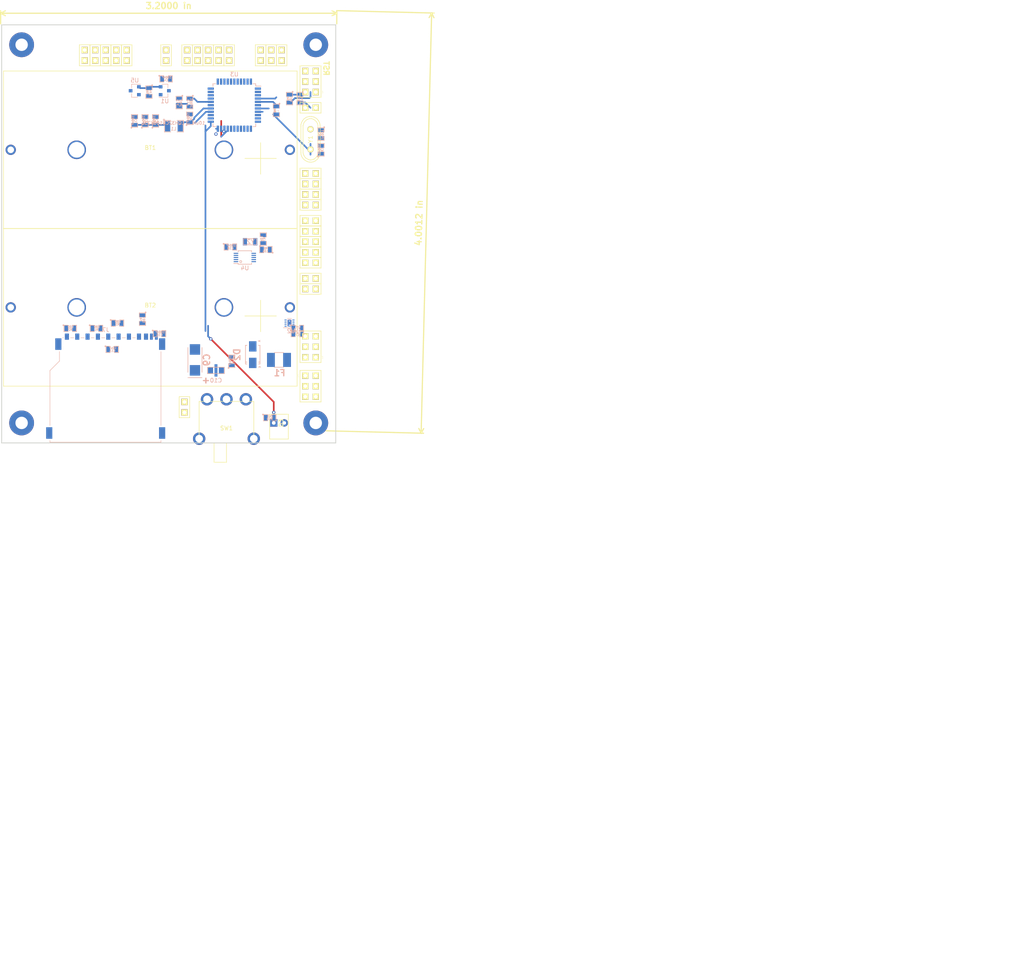
<source format=kicad_pcb>
(kicad_pcb (version 20171130) (host pcbnew "(5.0.0-rc2-18-g3893c43eb)")

  (general
    (thickness 1.6)
    (drawings 7)
    (tracks 54)
    (zones 0)
    (modules 77)
    (nets 61)
  )

  (page A4)
  (title_block
    (title NAME)
    (date "%d. %m. %Y")
    (rev REV)
    (company "Mlab www.mlab.cz")
    (comment 1 VERSION)
    (comment 2 "Short description\\nTwo lines are maximum")
    (comment 3 "nickname <email@example.com>")
  )

  (layers
    (0 F.Cu signal)
    (31 B.Cu signal)
    (34 B.Paste user)
    (36 B.SilkS user)
    (37 F.SilkS user)
    (38 B.Mask user)
    (39 F.Mask user)
    (44 Edge.Cuts user)
  )

  (setup
    (last_trace_width 0.4)
    (user_trace_width 0.3)
    (user_trace_width 0.4)
    (user_trace_width 0.5)
    (user_trace_width 0.6)
    (trace_clearance 0.2)
    (zone_clearance 0.508)
    (zone_45_only no)
    (trace_min 0.2)
    (segment_width 0.2)
    (edge_width 0.15)
    (via_size 0.8)
    (via_drill 0.4)
    (via_min_size 0.8)
    (via_min_drill 0.4)
    (uvia_size 0.3)
    (uvia_drill 0.1)
    (uvias_allowed no)
    (uvia_min_size 0.2)
    (uvia_min_drill 0.1)
    (pcb_text_width 0.3)
    (pcb_text_size 1.5 1.5)
    (mod_edge_width 0.15)
    (mod_text_size 1 1)
    (mod_text_width 0.15)
    (pad_size 6 6)
    (pad_drill 3)
    (pad_to_mask_clearance 0.2)
    (aux_axis_origin 0 0)
    (visible_elements 7FFFFF7F)
    (pcbplotparams
      (layerselection 0x00030_80000001)
      (usegerberextensions false)
      (usegerberattributes false)
      (usegerberadvancedattributes false)
      (creategerberjobfile false)
      (excludeedgelayer true)
      (linewidth 0.150000)
      (plotframeref false)
      (viasonmask false)
      (mode 1)
      (useauxorigin false)
      (hpglpennumber 1)
      (hpglpenspeed 20)
      (hpglpendiameter 15)
      (psnegative false)
      (psa4output false)
      (plotreference true)
      (plotvalue true)
      (plotinvisibletext false)
      (padsonsilk false)
      (subtractmaskfromsilk false)
      (outputformat 1)
      (mirror false)
      (drillshape 1)
      (scaleselection 1)
      (outputdirectory ""))
  )

  (net 0 "")
  (net 1 GND)
  (net 2 "Net-(BT1-Pad1)")
  (net 3 VDD)
  (net 4 /AREF)
  (net 5 "Net-(C5-Pad1)")
  (net 6 /AVCC)
  (net 7 "Net-(C8-Pad1)")
  (net 8 "Net-(C10-Pad1)")
  (net 9 /SD_VDD)
  (net 10 "Net-(C12-Pad1)")
  (net 11 "Net-(C14-Pad1)")
  (net 12 /RST#)
  (net 13 "Net-(C16-Pad1)")
  (net 14 "Net-(D2-Pad1)")
  (net 15 /PC0)
  (net 16 /PC1)
  (net 17 "Net-(J7-Pad1)")
  (net 18 "Net-(J7-Pad2)")
  (net 19 "Net-(J7-Pad5)")
  (net 20 "Net-(J7-Pad7)")
  (net 21 "Net-(J7-Pad8)")
  (net 22 "Net-(J7-Pad9)")
  (net 23 "Net-(J7-Pad10)")
  (net 24 "Net-(J7-Pad11)")
  (net 25 "Net-(J10-Pad3)")
  (net 26 "Net-(J11-Pad1)")
  (net 27 /PC2)
  (net 28 /PC3)
  (net 29 /INT)
  (net 30 /PC5)
  (net 31 /PC6)
  (net 32 /RX0)
  (net 33 /TX0)
  (net 34 /RX1)
  (net 35 /TX1)
  (net 36 "Net-(BT3-Pad1)")
  (net 37 /PA0)
  (net 38 /PA1)
  (net 39 /PB0)
  (net 40 /INTA)
  (net 41 /PB6)
  (net 42 /PB7)
  (net 43 /PB5)
  (net 44 /PB4)
  (net 45 "Net-(D3-Pad2)")
  (net 46 /LED)
  (net 47 /PA2)
  (net 48 "Net-(U3-Pad13)")
  (net 49 "Net-(U3-Pad14)")
  (net 50 "Net-(U3-Pad15)")
  (net 51 "Net-(U3-Pad16)")
  (net 52 "Net-(U3-Pad30)")
  (net 53 "Net-(U3-Pad31)")
  (net 54 "Net-(U3-Pad32)")
  (net 55 "Net-(U3-Pad33)")
  (net 56 "Net-(U3-Pad34)")
  (net 57 "Net-(U4-Pad1)")
  (net 58 "Net-(U4-Pad2)")
  (net 59 "Net-(U4-Pad4)")
  (net 60 "Net-(U4-Pad8)")

  (net_class Default "This is the default net class."
    (clearance 0.2)
    (trace_width 0.25)
    (via_dia 0.8)
    (via_drill 0.4)
    (uvia_dia 0.3)
    (uvia_drill 0.1)
    (add_net /AREF)
    (add_net /AVCC)
    (add_net /INT)
    (add_net /INTA)
    (add_net /LED)
    (add_net /PA0)
    (add_net /PA1)
    (add_net /PA2)
    (add_net /PB0)
    (add_net /PB4)
    (add_net /PB5)
    (add_net /PB6)
    (add_net /PB7)
    (add_net /PC0)
    (add_net /PC1)
    (add_net /PC2)
    (add_net /PC3)
    (add_net /PC5)
    (add_net /PC6)
    (add_net /RST#)
    (add_net /RX0)
    (add_net /RX1)
    (add_net /SD_VDD)
    (add_net /TX0)
    (add_net /TX1)
    (add_net GND)
    (add_net "Net-(BT1-Pad1)")
    (add_net "Net-(BT3-Pad1)")
    (add_net "Net-(C10-Pad1)")
    (add_net "Net-(C12-Pad1)")
    (add_net "Net-(C14-Pad1)")
    (add_net "Net-(C16-Pad1)")
    (add_net "Net-(C5-Pad1)")
    (add_net "Net-(C8-Pad1)")
    (add_net "Net-(D2-Pad1)")
    (add_net "Net-(D3-Pad2)")
    (add_net "Net-(J10-Pad3)")
    (add_net "Net-(J11-Pad1)")
    (add_net "Net-(J7-Pad1)")
    (add_net "Net-(J7-Pad10)")
    (add_net "Net-(J7-Pad11)")
    (add_net "Net-(J7-Pad2)")
    (add_net "Net-(J7-Pad5)")
    (add_net "Net-(J7-Pad7)")
    (add_net "Net-(J7-Pad8)")
    (add_net "Net-(J7-Pad9)")
    (add_net "Net-(U3-Pad13)")
    (add_net "Net-(U3-Pad14)")
    (add_net "Net-(U3-Pad15)")
    (add_net "Net-(U3-Pad16)")
    (add_net "Net-(U3-Pad30)")
    (add_net "Net-(U3-Pad31)")
    (add_net "Net-(U3-Pad32)")
    (add_net "Net-(U3-Pad33)")
    (add_net "Net-(U3-Pad34)")
    (add_net "Net-(U4-Pad1)")
    (add_net "Net-(U4-Pad2)")
    (add_net "Net-(U4-Pad4)")
    (add_net "Net-(U4-Pad8)")
    (add_net VDD)
  )

  (net_class MLAB_default ""
    (clearance 0.2)
    (trace_width 0.45)
    (via_dia 0.8)
    (via_drill 0.4)
    (uvia_dia 0.3)
    (uvia_drill 0.1)
  )

  (net_class MLAB_power ""
    (clearance 0.4)
    (trace_width 0.7)
    (via_dia 0.8)
    (via_drill 0.6)
    (uvia_dia 0.3)
    (uvia_drill 0.1)
  )

  (module Mlab_R:SMD-0805 (layer B.Cu) (tedit 5A9A8010) (tstamp 5B2FC96A)
    (at 64.135 -46.99 180)
    (path /5B34D4AA)
    (attr smd)
    (fp_text reference R6 (at 0 0.3175 180) (layer B.SilkS)
      (effects (font (size 0.50038 0.50038) (thickness 0.10922)) (justify mirror))
    )
    (fp_text value 10k (at 0.127 -0.381 180) (layer B.SilkS)
      (effects (font (size 0.50038 0.50038) (thickness 0.10922)) (justify mirror))
    )
    (fp_line (start 1.524 -0.762) (end 0.508 -0.762) (layer B.SilkS) (width 0.15))
    (fp_line (start 1.524 0.762) (end 1.524 -0.762) (layer B.SilkS) (width 0.15))
    (fp_line (start 0.508 0.762) (end 1.524 0.762) (layer B.SilkS) (width 0.15))
    (fp_line (start -1.524 0.762) (end -0.508 0.762) (layer B.SilkS) (width 0.15))
    (fp_line (start -1.524 -0.762) (end -1.524 0.762) (layer B.SilkS) (width 0.15))
    (fp_line (start -0.508 -0.762) (end -1.524 -0.762) (layer B.SilkS) (width 0.15))
    (fp_circle (center -1.651 -0.762) (end -1.651 -0.635) (layer B.SilkS) (width 0.15))
    (pad 2 smd rect (at 0.9525 0 180) (size 0.889 1.397) (layers B.Cu B.Paste B.Mask)
      (net 3 VDD))
    (pad 1 smd rect (at -0.9525 0 180) (size 0.889 1.397) (layers B.Cu B.Paste B.Mask)
      (net 16 /PC1))
    (model Resistors_SMD.3dshapes/R_0805.wrl
      (at (xyz 0 0 0))
      (scale (xyz 1 1 1))
      (rotate (xyz 0 0 0))
    )
    (model ${MLAB}/src/3d/R/R0805.step
      (at (xyz 0 0 0))
      (scale (xyz 1 1 1))
      (rotate (xyz 0 0 0))
    )
  )

  (module Mlab_Batery:BX0037 (layer F.Cu) (tedit 5B21720B) (tstamp 5B2D5467)
    (at 36.195 -71.12 180)
    (path /5B2AE71A)
    (fp_text reference BT1 (at 0 0.5 180) (layer F.SilkS)
      (effects (font (size 1 1) (thickness 0.15)))
    )
    (fp_text value BX0037 (at 0 -0.5 180) (layer F.Fab)
      (effects (font (size 1 1) (thickness 0.15)))
    )
    (fp_line (start -35.5 -19.05) (end 35.5 -19.05) (layer F.SilkS) (width 0.15))
    (fp_line (start 35.5 -19.05) (end 35.5 19.05) (layer F.SilkS) (width 0.15))
    (fp_line (start -35.5 19.05) (end 35.5 19.05) (layer F.SilkS) (width 0.15))
    (fp_line (start -35.5 -19.05) (end -35.5 19.05) (layer F.SilkS) (width 0.15))
    (fp_text user + (at -26.67 -1.27 180) (layer F.SilkS)
      (effects (font (size 10 10) (thickness 0.15)))
    )
    (pad "" np_thru_hole circle (at 17.8 0 180) (size 4.5 4.5) (drill 3.8) (layers *.Cu *.Mask))
    (pad "" np_thru_hole circle (at -17.8 0 180) (size 4.5 4.5) (drill 3.8) (layers *.Cu *.Mask))
    (pad 2 thru_hole circle (at 33.75 0 180) (size 2.5 2.5) (drill 1.6) (layers *.Cu *.Mask)
      (net 1 GND))
    (pad 1 thru_hole circle (at -33.75 0 180) (size 2.5 2.5) (drill 1.6) (layers *.Cu *.Mask)
      (net 2 "Net-(BT1-Pad1)"))
  )

  (module Mlab_R:SMD-0805 (layer B.Cu) (tedit 5A9A8010) (tstamp 5B2FC686)
    (at 32.385 -78.105 90)
    (path /5B1F6794)
    (attr smd)
    (fp_text reference C1 (at 0 0.3175 90) (layer B.SilkS)
      (effects (font (size 0.50038 0.50038) (thickness 0.10922)) (justify mirror))
    )
    (fp_text value 100nF (at 0.127 -0.381 90) (layer B.SilkS)
      (effects (font (size 0.50038 0.50038) (thickness 0.10922)) (justify mirror))
    )
    (fp_circle (center -1.651 -0.762) (end -1.651 -0.635) (layer B.SilkS) (width 0.15))
    (fp_line (start -0.508 -0.762) (end -1.524 -0.762) (layer B.SilkS) (width 0.15))
    (fp_line (start -1.524 -0.762) (end -1.524 0.762) (layer B.SilkS) (width 0.15))
    (fp_line (start -1.524 0.762) (end -0.508 0.762) (layer B.SilkS) (width 0.15))
    (fp_line (start 0.508 0.762) (end 1.524 0.762) (layer B.SilkS) (width 0.15))
    (fp_line (start 1.524 0.762) (end 1.524 -0.762) (layer B.SilkS) (width 0.15))
    (fp_line (start 1.524 -0.762) (end 0.508 -0.762) (layer B.SilkS) (width 0.15))
    (pad 1 smd rect (at -0.9525 0 90) (size 0.889 1.397) (layers B.Cu B.Paste B.Mask)
      (net 3 VDD))
    (pad 2 smd rect (at 0.9525 0 90) (size 0.889 1.397) (layers B.Cu B.Paste B.Mask)
      (net 1 GND))
    (model Resistors_SMD.3dshapes/R_0805.wrl
      (at (xyz 0 0 0))
      (scale (xyz 1 1 1))
      (rotate (xyz 0 0 0))
    )
    (model ${MLAB}/src/3d/R/R0805.step
      (at (xyz 0 0 0))
      (scale (xyz 1 1 1))
      (rotate (xyz 0 0 0))
    )
  )

  (module Mlab_R:SMD-0805 (layer B.Cu) (tedit 5A9A8010) (tstamp 5B2FC693)
    (at 34.925 -78.105 90)
    (path /5B1F69A6)
    (attr smd)
    (fp_text reference C2 (at 0 0.3175 90) (layer B.SilkS)
      (effects (font (size 0.50038 0.50038) (thickness 0.10922)) (justify mirror))
    )
    (fp_text value 100nF (at 0.127 -0.381 90) (layer B.SilkS)
      (effects (font (size 0.50038 0.50038) (thickness 0.10922)) (justify mirror))
    )
    (fp_line (start 1.524 -0.762) (end 0.508 -0.762) (layer B.SilkS) (width 0.15))
    (fp_line (start 1.524 0.762) (end 1.524 -0.762) (layer B.SilkS) (width 0.15))
    (fp_line (start 0.508 0.762) (end 1.524 0.762) (layer B.SilkS) (width 0.15))
    (fp_line (start -1.524 0.762) (end -0.508 0.762) (layer B.SilkS) (width 0.15))
    (fp_line (start -1.524 -0.762) (end -1.524 0.762) (layer B.SilkS) (width 0.15))
    (fp_line (start -0.508 -0.762) (end -1.524 -0.762) (layer B.SilkS) (width 0.15))
    (fp_circle (center -1.651 -0.762) (end -1.651 -0.635) (layer B.SilkS) (width 0.15))
    (pad 2 smd rect (at 0.9525 0 90) (size 0.889 1.397) (layers B.Cu B.Paste B.Mask)
      (net 1 GND))
    (pad 1 smd rect (at -0.9525 0 90) (size 0.889 1.397) (layers B.Cu B.Paste B.Mask)
      (net 3 VDD))
    (model Resistors_SMD.3dshapes/R_0805.wrl
      (at (xyz 0 0 0))
      (scale (xyz 1 1 1))
      (rotate (xyz 0 0 0))
    )
    (model ${MLAB}/src/3d/R/R0805.step
      (at (xyz 0 0 0))
      (scale (xyz 1 1 1))
      (rotate (xyz 0 0 0))
    )
  )

  (module Mlab_R:SMD-0805 (layer B.Cu) (tedit 5A9A8010) (tstamp 5B2FC6A0)
    (at 37.465 -78.105 90)
    (path /5B1F6A02)
    (attr smd)
    (fp_text reference C3 (at 0 0.3175 90) (layer B.SilkS)
      (effects (font (size 0.50038 0.50038) (thickness 0.10922)) (justify mirror))
    )
    (fp_text value 100nF (at 0.127 -0.381 90) (layer B.SilkS)
      (effects (font (size 0.50038 0.50038) (thickness 0.10922)) (justify mirror))
    )
    (fp_circle (center -1.651 -0.762) (end -1.651 -0.635) (layer B.SilkS) (width 0.15))
    (fp_line (start -0.508 -0.762) (end -1.524 -0.762) (layer B.SilkS) (width 0.15))
    (fp_line (start -1.524 -0.762) (end -1.524 0.762) (layer B.SilkS) (width 0.15))
    (fp_line (start -1.524 0.762) (end -0.508 0.762) (layer B.SilkS) (width 0.15))
    (fp_line (start 0.508 0.762) (end 1.524 0.762) (layer B.SilkS) (width 0.15))
    (fp_line (start 1.524 0.762) (end 1.524 -0.762) (layer B.SilkS) (width 0.15))
    (fp_line (start 1.524 -0.762) (end 0.508 -0.762) (layer B.SilkS) (width 0.15))
    (pad 1 smd rect (at -0.9525 0 90) (size 0.889 1.397) (layers B.Cu B.Paste B.Mask)
      (net 3 VDD))
    (pad 2 smd rect (at 0.9525 0 90) (size 0.889 1.397) (layers B.Cu B.Paste B.Mask)
      (net 1 GND))
    (model Resistors_SMD.3dshapes/R_0805.wrl
      (at (xyz 0 0 0))
      (scale (xyz 1 1 1))
      (rotate (xyz 0 0 0))
    )
    (model ${MLAB}/src/3d/R/R0805.step
      (at (xyz 0 0 0))
      (scale (xyz 1 1 1))
      (rotate (xyz 0 0 0))
    )
  )

  (module Mlab_R:SMD-0805 (layer B.Cu) (tedit 5A9A8010) (tstamp 5B2FC6AD)
    (at 40.005 -88.265)
    (path /5B40F4A8)
    (attr smd)
    (fp_text reference C4 (at 0 0.3175) (layer B.SilkS)
      (effects (font (size 0.50038 0.50038) (thickness 0.10922)) (justify mirror))
    )
    (fp_text value 100nF (at 0.127 -0.381) (layer B.SilkS)
      (effects (font (size 0.50038 0.50038) (thickness 0.10922)) (justify mirror))
    )
    (fp_line (start 1.524 -0.762) (end 0.508 -0.762) (layer B.SilkS) (width 0.15))
    (fp_line (start 1.524 0.762) (end 1.524 -0.762) (layer B.SilkS) (width 0.15))
    (fp_line (start 0.508 0.762) (end 1.524 0.762) (layer B.SilkS) (width 0.15))
    (fp_line (start -1.524 0.762) (end -0.508 0.762) (layer B.SilkS) (width 0.15))
    (fp_line (start -1.524 -0.762) (end -1.524 0.762) (layer B.SilkS) (width 0.15))
    (fp_line (start -0.508 -0.762) (end -1.524 -0.762) (layer B.SilkS) (width 0.15))
    (fp_circle (center -1.651 -0.762) (end -1.651 -0.635) (layer B.SilkS) (width 0.15))
    (pad 2 smd rect (at 0.9525 0) (size 0.889 1.397) (layers B.Cu B.Paste B.Mask)
      (net 1 GND))
    (pad 1 smd rect (at -0.9525 0) (size 0.889 1.397) (layers B.Cu B.Paste B.Mask)
      (net 4 /AREF))
    (model Resistors_SMD.3dshapes/R_0805.wrl
      (at (xyz 0 0 0))
      (scale (xyz 1 1 1))
      (rotate (xyz 0 0 0))
    )
    (model ${MLAB}/src/3d/R/R0805.step
      (at (xyz 0 0 0))
      (scale (xyz 1 1 1))
      (rotate (xyz 0 0 0))
    )
  )

  (module Mlab_R:SMD-0805 (layer B.Cu) (tedit 5A9A8010) (tstamp 5B2D4D4D)
    (at 77.47 -74.93 270)
    (path /5B2480A8)
    (attr smd)
    (fp_text reference C5 (at 0 0.3175 270) (layer B.SilkS)
      (effects (font (size 0.50038 0.50038) (thickness 0.10922)) (justify mirror))
    )
    (fp_text value 100nF (at 0.127 -0.381 270) (layer B.SilkS)
      (effects (font (size 0.50038 0.50038) (thickness 0.10922)) (justify mirror))
    )
    (fp_line (start 1.524 -0.762) (end 0.508 -0.762) (layer B.SilkS) (width 0.15))
    (fp_line (start 1.524 0.762) (end 1.524 -0.762) (layer B.SilkS) (width 0.15))
    (fp_line (start 0.508 0.762) (end 1.524 0.762) (layer B.SilkS) (width 0.15))
    (fp_line (start -1.524 0.762) (end -0.508 0.762) (layer B.SilkS) (width 0.15))
    (fp_line (start -1.524 -0.762) (end -1.524 0.762) (layer B.SilkS) (width 0.15))
    (fp_line (start -0.508 -0.762) (end -1.524 -0.762) (layer B.SilkS) (width 0.15))
    (fp_circle (center -1.651 -0.762) (end -1.651 -0.635) (layer B.SilkS) (width 0.15))
    (pad 2 smd rect (at 0.9525 0 270) (size 0.889 1.397) (layers B.Cu B.Paste B.Mask)
      (net 1 GND))
    (pad 1 smd rect (at -0.9525 0 270) (size 0.889 1.397) (layers B.Cu B.Paste B.Mask)
      (net 5 "Net-(C5-Pad1)"))
    (model Resistors_SMD.3dshapes/R_0805.wrl
      (at (xyz 0 0 0))
      (scale (xyz 1 1 1))
      (rotate (xyz 0 0 0))
    )
    (model ${MLAB}/src/3d/R/R0805.step
      (at (xyz 0 0 0))
      (scale (xyz 1 1 1))
      (rotate (xyz 0 0 0))
    )
  )

  (module Mlab_R:SMD-0805 (layer B.Cu) (tedit 5A9A8010) (tstamp 5B2FC6C7)
    (at 45.72 -78.74 90)
    (path /5B1F6B7D)
    (attr smd)
    (fp_text reference C6 (at 0 0.3175 90) (layer B.SilkS)
      (effects (font (size 0.50038 0.50038) (thickness 0.10922)) (justify mirror))
    )
    (fp_text value 100nF (at 0.127 -0.381 90) (layer B.SilkS)
      (effects (font (size 0.50038 0.50038) (thickness 0.10922)) (justify mirror))
    )
    (fp_circle (center -1.651 -0.762) (end -1.651 -0.635) (layer B.SilkS) (width 0.15))
    (fp_line (start -0.508 -0.762) (end -1.524 -0.762) (layer B.SilkS) (width 0.15))
    (fp_line (start -1.524 -0.762) (end -1.524 0.762) (layer B.SilkS) (width 0.15))
    (fp_line (start -1.524 0.762) (end -0.508 0.762) (layer B.SilkS) (width 0.15))
    (fp_line (start 0.508 0.762) (end 1.524 0.762) (layer B.SilkS) (width 0.15))
    (fp_line (start 1.524 0.762) (end 1.524 -0.762) (layer B.SilkS) (width 0.15))
    (fp_line (start 1.524 -0.762) (end 0.508 -0.762) (layer B.SilkS) (width 0.15))
    (pad 1 smd rect (at -0.9525 0 90) (size 0.889 1.397) (layers B.Cu B.Paste B.Mask)
      (net 6 /AVCC))
    (pad 2 smd rect (at 0.9525 0 90) (size 0.889 1.397) (layers B.Cu B.Paste B.Mask)
      (net 1 GND))
    (model Resistors_SMD.3dshapes/R_0805.wrl
      (at (xyz 0 0 0))
      (scale (xyz 1 1 1))
      (rotate (xyz 0 0 0))
    )
    (model ${MLAB}/src/3d/R/R0805.step
      (at (xyz 0 0 0))
      (scale (xyz 1 1 1))
      (rotate (xyz 0 0 0))
    )
  )

  (module Mlab_R:SMD-0805 (layer B.Cu) (tedit 5A9A8010) (tstamp 5B2D48BC)
    (at 71.755 -26.67)
    (path /5B25A565)
    (attr smd)
    (fp_text reference C7 (at 0 0.3175) (layer B.SilkS)
      (effects (font (size 0.50038 0.50038) (thickness 0.10922)) (justify mirror))
    )
    (fp_text value 1uF (at 0.127 -0.381) (layer B.SilkS)
      (effects (font (size 0.50038 0.50038) (thickness 0.10922)) (justify mirror))
    )
    (fp_circle (center -1.651 -0.762) (end -1.651 -0.635) (layer B.SilkS) (width 0.15))
    (fp_line (start -0.508 -0.762) (end -1.524 -0.762) (layer B.SilkS) (width 0.15))
    (fp_line (start -1.524 -0.762) (end -1.524 0.762) (layer B.SilkS) (width 0.15))
    (fp_line (start -1.524 0.762) (end -0.508 0.762) (layer B.SilkS) (width 0.15))
    (fp_line (start 0.508 0.762) (end 1.524 0.762) (layer B.SilkS) (width 0.15))
    (fp_line (start 1.524 0.762) (end 1.524 -0.762) (layer B.SilkS) (width 0.15))
    (fp_line (start 1.524 -0.762) (end 0.508 -0.762) (layer B.SilkS) (width 0.15))
    (pad 1 smd rect (at -0.9525 0) (size 0.889 1.397) (layers B.Cu B.Paste B.Mask)
      (net 3 VDD))
    (pad 2 smd rect (at 0.9525 0) (size 0.889 1.397) (layers B.Cu B.Paste B.Mask)
      (net 1 GND))
    (model Resistors_SMD.3dshapes/R_0805.wrl
      (at (xyz 0 0 0))
      (scale (xyz 1 1 1))
      (rotate (xyz 0 0 0))
    )
    (model ${MLAB}/src/3d/R/R0805.step
      (at (xyz 0 0 0))
      (scale (xyz 1 1 1))
      (rotate (xyz 0 0 0))
    )
  )

  (module Mlab_R:SMD-0805 (layer B.Cu) (tedit 5A9A8010) (tstamp 5B2D4D29)
    (at 77.47 -71.12 90)
    (path /5B24828C)
    (attr smd)
    (fp_text reference C8 (at 0 0.3175 90) (layer B.SilkS)
      (effects (font (size 0.50038 0.50038) (thickness 0.10922)) (justify mirror))
    )
    (fp_text value 100nF (at 0.127 -0.381 90) (layer B.SilkS)
      (effects (font (size 0.50038 0.50038) (thickness 0.10922)) (justify mirror))
    )
    (fp_line (start 1.524 -0.762) (end 0.508 -0.762) (layer B.SilkS) (width 0.15))
    (fp_line (start 1.524 0.762) (end 1.524 -0.762) (layer B.SilkS) (width 0.15))
    (fp_line (start 0.508 0.762) (end 1.524 0.762) (layer B.SilkS) (width 0.15))
    (fp_line (start -1.524 0.762) (end -0.508 0.762) (layer B.SilkS) (width 0.15))
    (fp_line (start -1.524 -0.762) (end -1.524 0.762) (layer B.SilkS) (width 0.15))
    (fp_line (start -0.508 -0.762) (end -1.524 -0.762) (layer B.SilkS) (width 0.15))
    (fp_circle (center -1.651 -0.762) (end -1.651 -0.635) (layer B.SilkS) (width 0.15))
    (pad 2 smd rect (at 0.9525 0 90) (size 0.889 1.397) (layers B.Cu B.Paste B.Mask)
      (net 1 GND))
    (pad 1 smd rect (at -0.9525 0 90) (size 0.889 1.397) (layers B.Cu B.Paste B.Mask)
      (net 7 "Net-(C8-Pad1)"))
    (model Resistors_SMD.3dshapes/R_0805.wrl
      (at (xyz 0 0 0))
      (scale (xyz 1 1 1))
      (rotate (xyz 0 0 0))
    )
    (model ${MLAB}/src/3d/R/R0805.step
      (at (xyz 0 0 0))
      (scale (xyz 1 1 1))
      (rotate (xyz 0 0 0))
    )
  )

  (module Mlab_C:TantalC_SizeC_Reflow (layer B.Cu) (tedit 5A4CB8D1) (tstamp 5B2FC6ED)
    (at 46.99 -20.32 90)
    (descr "Tantal Cap. , Size C, EIA-6032, Reflow,")
    (tags "Tantal Cap. , Size C, EIA-6032, Reflow,")
    (path /5B2AE769)
    (attr smd)
    (fp_text reference C9 (at 0 2.85 90) (layer B.SilkS)
      (effects (font (size 1.524 1.524) (thickness 0.3048)) (justify mirror))
    )
    (fp_text value 47uF (at 0 -3 90) (layer B.SilkS) hide
      (effects (font (size 1.524 1.524) (thickness 0.3048)) (justify mirror))
    )
    (fp_line (start -4.30022 1.69926) (end -4.30022 -1.69926) (layer B.SilkS) (width 0.15))
    (fp_line (start 2.99974 -1.69926) (end -2.99974 -1.69926) (layer B.SilkS) (width 0.15))
    (fp_line (start 2.99974 1.69926) (end -2.99974 1.69926) (layer B.SilkS) (width 0.15))
    (fp_text user + (at -4.99872 2.55016 90) (layer B.SilkS)
      (effects (font (size 1.524 1.524) (thickness 0.3048)) (justify mirror))
    )
    (fp_line (start -5.00126 3.05308) (end -5.00126 1.95326) (layer B.SilkS) (width 0.15))
    (fp_line (start -5.6007 2.5527) (end -4.40182 2.5527) (layer B.SilkS) (width 0.15))
    (pad 2 smd rect (at 2.52476 0 90) (size 2.55016 2.49936) (layers B.Cu B.Paste B.Mask)
      (net 1 GND))
    (pad 1 smd rect (at -2.52476 0 90) (size 2.55016 2.49936) (layers B.Cu B.Paste B.Mask)
      (net 8 "Net-(C10-Pad1)"))
    (model Capacitors_Tantalum_SMD.3dshapes/CP_Tantalum_Case-C_EIA-6032-28.wrl
      (at (xyz 0 0 0))
      (scale (xyz 1 1 1))
      (rotate (xyz 0 0 180))
    )
  )

  (module Mlab_L:FIR1 (layer B.Cu) (tedit 54BBE5C1) (tstamp 5B2FC6F9)
    (at 52.07 -17.78)
    (path /5B2AE762)
    (fp_text reference C10 (at 0 2.413) (layer B.SilkS)
      (effects (font (size 1 1) (thickness 0.15)) (justify mirror))
    )
    (fp_text value EMI_Filter_C (at 2.794 -1.905) (layer B.SilkS) hide
      (effects (font (size 1 1) (thickness 0.15)) (justify mirror))
    )
    (fp_line (start -2.032 0.762) (end 2.032 0.762) (layer B.SilkS) (width 0.15))
    (fp_line (start 2.032 0.762) (end 2.032 -0.762) (layer B.SilkS) (width 0.15))
    (fp_line (start 2.032 -0.762) (end -2.032 -0.762) (layer B.SilkS) (width 0.15))
    (fp_line (start -2.032 -0.762) (end -2.032 0.762) (layer B.SilkS) (width 0.15))
    (fp_line (start -2.032 0.762) (end -2.032 0.635) (layer B.SilkS) (width 0.15))
    (pad 1 smd rect (at -1.35 0) (size 1.3 1.5) (layers B.Cu B.Paste B.Mask)
      (net 8 "Net-(C10-Pad1)"))
    (pad 2 smd rect (at 0 0) (size 0.7 3) (layers B.Cu B.Paste B.Mask)
      (net 1 GND))
    (pad 3 smd rect (at 1.35 0) (size 1.3 1.5) (layers B.Cu B.Paste B.Mask)
      (net 3 VDD))
    (model MLAB_3D/Resistors/chip_cms.wrl
      (at (xyz 0 0 0))
      (scale (xyz 0.13 0.13 0.13))
      (rotate (xyz 0 0 0))
    )
  )

  (module Mlab_R:SMD-0805 (layer B.Cu) (tedit 5A9A8010) (tstamp 5B2FC706)
    (at 26.9875 -22.86)
    (path /5B19413F)
    (attr smd)
    (fp_text reference C11 (at 0 0.3175) (layer B.SilkS)
      (effects (font (size 0.50038 0.50038) (thickness 0.10922)) (justify mirror))
    )
    (fp_text value 10uF (at 0.127 -0.381) (layer B.SilkS)
      (effects (font (size 0.50038 0.50038) (thickness 0.10922)) (justify mirror))
    )
    (fp_line (start 1.524 -0.762) (end 0.508 -0.762) (layer B.SilkS) (width 0.15))
    (fp_line (start 1.524 0.762) (end 1.524 -0.762) (layer B.SilkS) (width 0.15))
    (fp_line (start 0.508 0.762) (end 1.524 0.762) (layer B.SilkS) (width 0.15))
    (fp_line (start -1.524 0.762) (end -0.508 0.762) (layer B.SilkS) (width 0.15))
    (fp_line (start -1.524 -0.762) (end -1.524 0.762) (layer B.SilkS) (width 0.15))
    (fp_line (start -0.508 -0.762) (end -1.524 -0.762) (layer B.SilkS) (width 0.15))
    (fp_circle (center -1.651 -0.762) (end -1.651 -0.635) (layer B.SilkS) (width 0.15))
    (pad 2 smd rect (at 0.9525 0) (size 0.889 1.397) (layers B.Cu B.Paste B.Mask)
      (net 1 GND))
    (pad 1 smd rect (at -0.9525 0) (size 0.889 1.397) (layers B.Cu B.Paste B.Mask)
      (net 9 /SD_VDD))
    (model Resistors_SMD.3dshapes/R_0805.wrl
      (at (xyz 0 0 0))
      (scale (xyz 1 1 1))
      (rotate (xyz 0 0 0))
    )
    (model ${MLAB}/src/3d/R/R0805.step
      (at (xyz 0 0 0))
      (scale (xyz 1 1 1))
      (rotate (xyz 0 0 0))
    )
  )

  (module Mlab_R:SMD-0805 (layer B.Cu) (tedit 5A9A8010) (tstamp 5B2FC713)
    (at 71.755 -27.94)
    (path /5B22F305)
    (attr smd)
    (fp_text reference C12 (at 0 0.3175) (layer B.SilkS)
      (effects (font (size 0.50038 0.50038) (thickness 0.10922)) (justify mirror))
    )
    (fp_text value 1nF (at 0.127 -0.381) (layer B.SilkS)
      (effects (font (size 0.50038 0.50038) (thickness 0.10922)) (justify mirror))
    )
    (fp_circle (center -1.651 -0.762) (end -1.651 -0.635) (layer B.SilkS) (width 0.15))
    (fp_line (start -0.508 -0.762) (end -1.524 -0.762) (layer B.SilkS) (width 0.15))
    (fp_line (start -1.524 -0.762) (end -1.524 0.762) (layer B.SilkS) (width 0.15))
    (fp_line (start -1.524 0.762) (end -0.508 0.762) (layer B.SilkS) (width 0.15))
    (fp_line (start 0.508 0.762) (end 1.524 0.762) (layer B.SilkS) (width 0.15))
    (fp_line (start 1.524 0.762) (end 1.524 -0.762) (layer B.SilkS) (width 0.15))
    (fp_line (start 1.524 -0.762) (end 0.508 -0.762) (layer B.SilkS) (width 0.15))
    (pad 1 smd rect (at -0.9525 0) (size 0.889 1.397) (layers B.Cu B.Paste B.Mask)
      (net 10 "Net-(C12-Pad1)"))
    (pad 2 smd rect (at 0.9525 0) (size 0.889 1.397) (layers B.Cu B.Paste B.Mask)
      (net 1 GND))
    (model Resistors_SMD.3dshapes/R_0805.wrl
      (at (xyz 0 0 0))
      (scale (xyz 1 1 1))
      (rotate (xyz 0 0 0))
    )
    (model ${MLAB}/src/3d/R/R0805.step
      (at (xyz 0 0 0))
      (scale (xyz 1 1 1))
      (rotate (xyz 0 0 0))
    )
  )

  (module Mlab_R:SMD-0805 (layer B.Cu) (tedit 5A9A8010) (tstamp 5B2FC720)
    (at 55.88 -20.0025 90)
    (path /5B2AE770)
    (attr smd)
    (fp_text reference C13 (at 0 0.3175 90) (layer B.SilkS)
      (effects (font (size 0.50038 0.50038) (thickness 0.10922)) (justify mirror))
    )
    (fp_text value 100nF (at 0.127 -0.381 90) (layer B.SilkS)
      (effects (font (size 0.50038 0.50038) (thickness 0.10922)) (justify mirror))
    )
    (fp_line (start 1.524 -0.762) (end 0.508 -0.762) (layer B.SilkS) (width 0.15))
    (fp_line (start 1.524 0.762) (end 1.524 -0.762) (layer B.SilkS) (width 0.15))
    (fp_line (start 0.508 0.762) (end 1.524 0.762) (layer B.SilkS) (width 0.15))
    (fp_line (start -1.524 0.762) (end -0.508 0.762) (layer B.SilkS) (width 0.15))
    (fp_line (start -1.524 -0.762) (end -1.524 0.762) (layer B.SilkS) (width 0.15))
    (fp_line (start -0.508 -0.762) (end -1.524 -0.762) (layer B.SilkS) (width 0.15))
    (fp_circle (center -1.651 -0.762) (end -1.651 -0.635) (layer B.SilkS) (width 0.15))
    (pad 2 smd rect (at 0.9525 0 90) (size 0.889 1.397) (layers B.Cu B.Paste B.Mask)
      (net 1 GND))
    (pad 1 smd rect (at -0.9525 0 90) (size 0.889 1.397) (layers B.Cu B.Paste B.Mask)
      (net 3 VDD))
    (model Resistors_SMD.3dshapes/R_0805.wrl
      (at (xyz 0 0 0))
      (scale (xyz 1 1 1))
      (rotate (xyz 0 0 0))
    )
    (model ${MLAB}/src/3d/R/R0805.step
      (at (xyz 0 0 0))
      (scale (xyz 1 1 1))
      (rotate (xyz 0 0 0))
    )
  )

  (module Mlab_R:SMD-0805 (layer B.Cu) (tedit 5A9A8010) (tstamp 5B2FC72D)
    (at 43.18 -82.55 270)
    (path /5B1D7340)
    (attr smd)
    (fp_text reference C14 (at 0 0.3175 270) (layer B.SilkS)
      (effects (font (size 0.50038 0.50038) (thickness 0.10922)) (justify mirror))
    )
    (fp_text value 10uF (at 0.127 -0.381 270) (layer B.SilkS)
      (effects (font (size 0.50038 0.50038) (thickness 0.10922)) (justify mirror))
    )
    (fp_line (start 1.524 -0.762) (end 0.508 -0.762) (layer B.SilkS) (width 0.15))
    (fp_line (start 1.524 0.762) (end 1.524 -0.762) (layer B.SilkS) (width 0.15))
    (fp_line (start 0.508 0.762) (end 1.524 0.762) (layer B.SilkS) (width 0.15))
    (fp_line (start -1.524 0.762) (end -0.508 0.762) (layer B.SilkS) (width 0.15))
    (fp_line (start -1.524 -0.762) (end -1.524 0.762) (layer B.SilkS) (width 0.15))
    (fp_line (start -0.508 -0.762) (end -1.524 -0.762) (layer B.SilkS) (width 0.15))
    (fp_circle (center -1.651 -0.762) (end -1.651 -0.635) (layer B.SilkS) (width 0.15))
    (pad 2 smd rect (at 0.9525 0 270) (size 0.889 1.397) (layers B.Cu B.Paste B.Mask)
      (net 1 GND))
    (pad 1 smd rect (at -0.9525 0 270) (size 0.889 1.397) (layers B.Cu B.Paste B.Mask)
      (net 11 "Net-(C14-Pad1)"))
    (model Resistors_SMD.3dshapes/R_0805.wrl
      (at (xyz 0 0 0))
      (scale (xyz 1 1 1))
      (rotate (xyz 0 0 0))
    )
    (model ${MLAB}/src/3d/R/R0805.step
      (at (xyz 0 0 0))
      (scale (xyz 1 1 1))
      (rotate (xyz 0 0 0))
    )
  )

  (module Mlab_R:SMD-0805 (layer B.Cu) (tedit 5A9A8010) (tstamp 5B2FC73A)
    (at 38.4175 -26.67)
    (path /5B194068)
    (attr smd)
    (fp_text reference C15 (at 0 0.3175) (layer B.SilkS)
      (effects (font (size 0.50038 0.50038) (thickness 0.10922)) (justify mirror))
    )
    (fp_text value 100nF (at 0.127 -0.381) (layer B.SilkS)
      (effects (font (size 0.50038 0.50038) (thickness 0.10922)) (justify mirror))
    )
    (fp_circle (center -1.651 -0.762) (end -1.651 -0.635) (layer B.SilkS) (width 0.15))
    (fp_line (start -0.508 -0.762) (end -1.524 -0.762) (layer B.SilkS) (width 0.15))
    (fp_line (start -1.524 -0.762) (end -1.524 0.762) (layer B.SilkS) (width 0.15))
    (fp_line (start -1.524 0.762) (end -0.508 0.762) (layer B.SilkS) (width 0.15))
    (fp_line (start 0.508 0.762) (end 1.524 0.762) (layer B.SilkS) (width 0.15))
    (fp_line (start 1.524 0.762) (end 1.524 -0.762) (layer B.SilkS) (width 0.15))
    (fp_line (start 1.524 -0.762) (end 0.508 -0.762) (layer B.SilkS) (width 0.15))
    (pad 1 smd rect (at -0.9525 0) (size 0.889 1.397) (layers B.Cu B.Paste B.Mask)
      (net 9 /SD_VDD))
    (pad 2 smd rect (at 0.9525 0) (size 0.889 1.397) (layers B.Cu B.Paste B.Mask)
      (net 1 GND))
    (model Resistors_SMD.3dshapes/R_0805.wrl
      (at (xyz 0 0 0))
      (scale (xyz 1 1 1))
      (rotate (xyz 0 0 0))
    )
    (model ${MLAB}/src/3d/R/R0805.step
      (at (xyz 0 0 0))
      (scale (xyz 1 1 1))
      (rotate (xyz 0 0 0))
    )
  )

  (module Mlab_R:SMD-0805 (layer B.Cu) (tedit 5A9A8010) (tstamp 5B2D4D71)
    (at 72.39 -83.5025 270)
    (path /5B1E158F)
    (attr smd)
    (fp_text reference C16 (at 0 0.3175 270) (layer B.SilkS)
      (effects (font (size 0.50038 0.50038) (thickness 0.10922)) (justify mirror))
    )
    (fp_text value 4u7 (at 0.127 -0.381 270) (layer B.SilkS)
      (effects (font (size 0.50038 0.50038) (thickness 0.10922)) (justify mirror))
    )
    (fp_line (start 1.524 -0.762) (end 0.508 -0.762) (layer B.SilkS) (width 0.15))
    (fp_line (start 1.524 0.762) (end 1.524 -0.762) (layer B.SilkS) (width 0.15))
    (fp_line (start 0.508 0.762) (end 1.524 0.762) (layer B.SilkS) (width 0.15))
    (fp_line (start -1.524 0.762) (end -0.508 0.762) (layer B.SilkS) (width 0.15))
    (fp_line (start -1.524 -0.762) (end -1.524 0.762) (layer B.SilkS) (width 0.15))
    (fp_line (start -0.508 -0.762) (end -1.524 -0.762) (layer B.SilkS) (width 0.15))
    (fp_circle (center -1.651 -0.762) (end -1.651 -0.635) (layer B.SilkS) (width 0.15))
    (pad 2 smd rect (at 0.9525 0 270) (size 0.889 1.397) (layers B.Cu B.Paste B.Mask)
      (net 12 /RST#))
    (pad 1 smd rect (at -0.9525 0 270) (size 0.889 1.397) (layers B.Cu B.Paste B.Mask)
      (net 13 "Net-(C16-Pad1)"))
    (model Resistors_SMD.3dshapes/R_0805.wrl
      (at (xyz 0 0 0))
      (scale (xyz 1 1 1))
      (rotate (xyz 0 0 0))
    )
    (model ${MLAB}/src/3d/R/R0805.step
      (at (xyz 0 0 0))
      (scale (xyz 1 1 1))
      (rotate (xyz 0 0 0))
    )
  )

  (module Mlab_R:SMD-0805 (layer B.Cu) (tedit 5A9A8010) (tstamp 5B2D4D95)
    (at 45.72 -82.55 270)
    (path /5B1D748A)
    (attr smd)
    (fp_text reference C17 (at 0 0.3175 270) (layer B.SilkS)
      (effects (font (size 0.50038 0.50038) (thickness 0.10922)) (justify mirror))
    )
    (fp_text value 100nF (at 0.127 -0.381 270) (layer B.SilkS)
      (effects (font (size 0.50038 0.50038) (thickness 0.10922)) (justify mirror))
    )
    (fp_circle (center -1.651 -0.762) (end -1.651 -0.635) (layer B.SilkS) (width 0.15))
    (fp_line (start -0.508 -0.762) (end -1.524 -0.762) (layer B.SilkS) (width 0.15))
    (fp_line (start -1.524 -0.762) (end -1.524 0.762) (layer B.SilkS) (width 0.15))
    (fp_line (start -1.524 0.762) (end -0.508 0.762) (layer B.SilkS) (width 0.15))
    (fp_line (start 0.508 0.762) (end 1.524 0.762) (layer B.SilkS) (width 0.15))
    (fp_line (start 1.524 0.762) (end 1.524 -0.762) (layer B.SilkS) (width 0.15))
    (fp_line (start 1.524 -0.762) (end 0.508 -0.762) (layer B.SilkS) (width 0.15))
    (pad 1 smd rect (at -0.9525 0 270) (size 0.889 1.397) (layers B.Cu B.Paste B.Mask)
      (net 11 "Net-(C14-Pad1)"))
    (pad 2 smd rect (at 0.9525 0 270) (size 0.889 1.397) (layers B.Cu B.Paste B.Mask)
      (net 1 GND))
    (model Resistors_SMD.3dshapes/R_0805.wrl
      (at (xyz 0 0 0))
      (scale (xyz 1 1 1))
      (rotate (xyz 0 0 0))
    )
    (model ${MLAB}/src/3d/R/R0805.step
      (at (xyz 0 0 0))
      (scale (xyz 1 1 1))
      (rotate (xyz 0 0 0))
    )
  )

  (module Mlab_R:SMD-0805 (layer B.Cu) (tedit 5A9A8010) (tstamp 5B2D45BD)
    (at 55.5625 -47.625)
    (path /5B38BB8A)
    (attr smd)
    (fp_text reference C18 (at 0 0.3175) (layer B.SilkS)
      (effects (font (size 0.50038 0.50038) (thickness 0.10922)) (justify mirror))
    )
    (fp_text value 100nF (at 0.127 -0.381) (layer B.SilkS)
      (effects (font (size 0.50038 0.50038) (thickness 0.10922)) (justify mirror))
    )
    (fp_line (start 1.524 -0.762) (end 0.508 -0.762) (layer B.SilkS) (width 0.15))
    (fp_line (start 1.524 0.762) (end 1.524 -0.762) (layer B.SilkS) (width 0.15))
    (fp_line (start 0.508 0.762) (end 1.524 0.762) (layer B.SilkS) (width 0.15))
    (fp_line (start -1.524 0.762) (end -0.508 0.762) (layer B.SilkS) (width 0.15))
    (fp_line (start -1.524 -0.762) (end -1.524 0.762) (layer B.SilkS) (width 0.15))
    (fp_line (start -0.508 -0.762) (end -1.524 -0.762) (layer B.SilkS) (width 0.15))
    (fp_circle (center -1.651 -0.762) (end -1.651 -0.635) (layer B.SilkS) (width 0.15))
    (pad 2 smd rect (at 0.9525 0) (size 0.889 1.397) (layers B.Cu B.Paste B.Mask)
      (net 1 GND))
    (pad 1 smd rect (at -0.9525 0) (size 0.889 1.397) (layers B.Cu B.Paste B.Mask)
      (net 3 VDD))
    (model Resistors_SMD.3dshapes/R_0805.wrl
      (at (xyz 0 0 0))
      (scale (xyz 1 1 1))
      (rotate (xyz 0 0 0))
    )
    (model ${MLAB}/src/3d/R/R0805.step
      (at (xyz 0 0 0))
      (scale (xyz 1 1 1))
      (rotate (xyz 0 0 0))
    )
  )

  (module Mlab_D:SMA_Standard (layer B.Cu) (tedit 57E4C381) (tstamp 5B2FC77E)
    (at 60.96 -21.59 270)
    (descr "Diode SMA")
    (tags "Diode SMA")
    (path /5B2AE72F)
    (attr smd)
    (fp_text reference D2 (at 0 3.81 270) (layer B.SilkS)
      (effects (font (size 1.524 1.524) (thickness 0.3048)) (justify mirror))
    )
    (fp_text value M4 (at 0 -3.81 270) (layer B.SilkS) hide
      (effects (font (size 1.524 1.524) (thickness 0.3048)) (justify mirror))
    )
    (fp_text user A (at -3.29946 -1.6002 270) (layer B.SilkS)
      (effects (font (size 0.50038 0.50038) (thickness 0.09906)) (justify mirror))
    )
    (fp_text user K (at 2.99974 -1.69926 270) (layer B.SilkS)
      (effects (font (size 0.50038 0.50038) (thickness 0.09906)) (justify mirror))
    )
    (fp_circle (center 0 0) (end 0.20066 0.0508) (layer B.Adhes) (width 0.381))
    (fp_line (start 1.80086 -1.75006) (end 1.80086 -1.39954) (layer B.SilkS) (width 0.15))
    (fp_line (start 1.80086 1.75006) (end 1.80086 1.39954) (layer B.SilkS) (width 0.15))
    (fp_line (start 2.25044 -1.75006) (end 2.25044 -1.39954) (layer B.SilkS) (width 0.15))
    (fp_line (start -2.25044 -1.75006) (end -2.25044 -1.39954) (layer B.SilkS) (width 0.15))
    (fp_line (start -2.25044 1.75006) (end -2.25044 1.39954) (layer B.SilkS) (width 0.15))
    (fp_line (start 2.25044 1.75006) (end 2.25044 1.39954) (layer B.SilkS) (width 0.15))
    (fp_line (start -2.25044 -1.75006) (end 2.25044 -1.75006) (layer B.SilkS) (width 0.15))
    (fp_line (start -2.25044 1.75006) (end 2.25044 1.75006) (layer B.SilkS) (width 0.15))
    (pad 1 smd rect (at 1.99898 0 270) (size 2.49936 1.80086) (layers B.Cu B.Paste B.Mask)
      (net 14 "Net-(D2-Pad1)"))
    (pad 2 smd rect (at -1.99898 0 270) (size 2.49936 1.80086) (layers B.Cu B.Paste B.Mask)
      (net 1 GND))
    (model MLAB_3D/Diodes/SMA.wrl
      (at (xyz 0 0 0))
      (scale (xyz 0.3937 0.3937 0.3937))
      (rotate (xyz 0 0 0))
    )
  )

  (module Mlab_F:1812 (layer B.Cu) (tedit 5534B729) (tstamp 5B2FC786)
    (at 67.31 -20.32)
    (descr "Diode Mini-MELF Standard")
    (tags "Diode Mini-MELF Standard")
    (path /5B2AE750)
    (attr smd)
    (fp_text reference F1 (at 0.13462 3.15468) (layer B.SilkS)
      (effects (font (size 1.524 1.524) (thickness 0.3048)) (justify mirror))
    )
    (fp_text value 750mA (at 0 -3.81) (layer B.SilkS) hide
      (effects (font (size 1.524 1.524) (thickness 0.3048)) (justify mirror))
    )
    (fp_line (start -1.143 -1.778) (end 1.143 -1.778) (layer B.SilkS) (width 0.15))
    (fp_line (start -1.143 1.778) (end 1.143 1.778) (layer B.SilkS) (width 0.15))
    (pad 1 smd rect (at -1.95 0) (size 1.9 3.4) (layers B.Cu B.Paste B.Mask)
      (net 14 "Net-(D2-Pad1)"))
    (pad 2 smd rect (at 1.95 0) (size 1.9 3.4) (layers B.Cu B.Paste B.Mask)
      (net 2 "Net-(BT1-Pad1)"))
    (model MLAB_3D/Diodes/MiniMELF_DO213AA.wrl
      (at (xyz 0 0 0))
      (scale (xyz 0.3937 0.3937 0.3937))
      (rotate (xyz 0 0 0))
    )
  )

  (module Mlab_Pin_Headers:Straight_2x01 (layer F.Cu) (tedit 5A99E638) (tstamp 5B2FC790)
    (at 74.93 -43.815 180)
    (descr "pin header straight 2x01")
    (tags "pin header straight 2x01")
    (path /5B19954E)
    (fp_text reference J1 (at 0 -2.54 180) (layer F.SilkS) hide
      (effects (font (size 1.5 1.5) (thickness 0.15)))
    )
    (fp_text value HEADER_2x01_PARALLEL (at 0 2.54 180) (layer F.SilkS) hide
      (effects (font (size 1.5 1.5) (thickness 0.15)))
    )
    (fp_line (start -2.54 1.27) (end -2.54 -1.27) (layer F.SilkS) (width 0.15))
    (fp_line (start 2.54 1.27) (end -2.54 1.27) (layer F.SilkS) (width 0.15))
    (fp_line (start 2.54 -1.27) (end 2.54 1.27) (layer F.SilkS) (width 0.15))
    (fp_line (start -2.54 -1.27) (end 2.54 -1.27) (layer F.SilkS) (width 0.15))
    (pad 2 thru_hole rect (at 1.27 0 180) (size 1.524 1.524) (drill 0.889) (layers *.Cu *.Mask F.SilkS)
      (net 1 GND))
    (pad 1 thru_hole rect (at -1.27 0 180) (size 1.524 1.524) (drill 0.889) (layers *.Cu *.Mask F.SilkS)
      (net 1 GND))
    (model Pin_Headers/Pin_Header_Straight_2x01.wrl
      (at (xyz 0 0 0))
      (scale (xyz 1 1 1))
      (rotate (xyz 0 0 90))
    )
    (model ${MLAB}/src/3d/mechanical/header_1_2.step
      (at (xyz 0 0 0))
      (scale (xyz 1 1 1))
      (rotate (xyz 0 0 0))
    )
  )

  (module Mlab_Pin_Headers:Straight_2x01 (layer F.Cu) (tedit 5A99E638) (tstamp 5B2FC79A)
    (at 74.93 -46.355 180)
    (descr "pin header straight 2x01")
    (tags "pin header straight 2x01")
    (path /5B19976A)
    (fp_text reference J2 (at 0 -2.54 180) (layer F.SilkS) hide
      (effects (font (size 1.5 1.5) (thickness 0.15)))
    )
    (fp_text value HEADER_2x01_PARALLEL (at 0 2.54 180) (layer F.SilkS) hide
      (effects (font (size 1.5 1.5) (thickness 0.15)))
    )
    (fp_line (start -2.54 -1.27) (end 2.54 -1.27) (layer F.SilkS) (width 0.15))
    (fp_line (start 2.54 -1.27) (end 2.54 1.27) (layer F.SilkS) (width 0.15))
    (fp_line (start 2.54 1.27) (end -2.54 1.27) (layer F.SilkS) (width 0.15))
    (fp_line (start -2.54 1.27) (end -2.54 -1.27) (layer F.SilkS) (width 0.15))
    (pad 1 thru_hole rect (at -1.27 0 180) (size 1.524 1.524) (drill 0.889) (layers *.Cu *.Mask F.SilkS)
      (net 15 /PC0))
    (pad 2 thru_hole rect (at 1.27 0 180) (size 1.524 1.524) (drill 0.889) (layers *.Cu *.Mask F.SilkS)
      (net 15 /PC0))
    (model Pin_Headers/Pin_Header_Straight_2x01.wrl
      (at (xyz 0 0 0))
      (scale (xyz 1 1 1))
      (rotate (xyz 0 0 90))
    )
    (model ${MLAB}/src/3d/mechanical/header_1_2.step
      (at (xyz 0 0 0))
      (scale (xyz 1 1 1))
      (rotate (xyz 0 0 0))
    )
  )

  (module Mlab_Pin_Headers:Straight_2x01 (layer F.Cu) (tedit 5A99E638) (tstamp 5B40E9BE)
    (at 74.93 -48.895 180)
    (descr "pin header straight 2x01")
    (tags "pin header straight 2x01")
    (path /5B19979E)
    (fp_text reference J3 (at 0 -2.54 180) (layer F.SilkS) hide
      (effects (font (size 1.5 1.5) (thickness 0.15)))
    )
    (fp_text value HEADER_2x01_PARALLEL (at 0 2.54 180) (layer F.SilkS) hide
      (effects (font (size 1.5 1.5) (thickness 0.15)))
    )
    (fp_line (start -2.54 -1.27) (end 2.54 -1.27) (layer F.SilkS) (width 0.15))
    (fp_line (start 2.54 -1.27) (end 2.54 1.27) (layer F.SilkS) (width 0.15))
    (fp_line (start 2.54 1.27) (end -2.54 1.27) (layer F.SilkS) (width 0.15))
    (fp_line (start -2.54 1.27) (end -2.54 -1.27) (layer F.SilkS) (width 0.15))
    (pad 1 thru_hole rect (at -1.27 0 180) (size 1.524 1.524) (drill 0.889) (layers *.Cu *.Mask F.SilkS)
      (net 3 VDD))
    (pad 2 thru_hole rect (at 1.27 0 180) (size 1.524 1.524) (drill 0.889) (layers *.Cu *.Mask F.SilkS)
      (net 3 VDD))
    (model Pin_Headers/Pin_Header_Straight_2x01.wrl
      (at (xyz 0 0 0))
      (scale (xyz 1 1 1))
      (rotate (xyz 0 0 90))
    )
    (model ${MLAB}/src/3d/mechanical/header_1_2.step
      (at (xyz 0 0 0))
      (scale (xyz 1 1 1))
      (rotate (xyz 0 0 0))
    )
  )

  (module Mlab_Pin_Headers:Straight_2x01 (layer F.Cu) (tedit 5A99E638) (tstamp 5B2D57BF)
    (at 74.93 -51.435 180)
    (descr "pin header straight 2x01")
    (tags "pin header straight 2x01")
    (path /5B1997D4)
    (fp_text reference J4 (at 0 -2.54 180) (layer F.SilkS) hide
      (effects (font (size 1.5 1.5) (thickness 0.15)))
    )
    (fp_text value HEADER_2x01_PARALLEL (at 0 2.54 180) (layer F.SilkS) hide
      (effects (font (size 1.5 1.5) (thickness 0.15)))
    )
    (fp_line (start -2.54 1.27) (end -2.54 -1.27) (layer F.SilkS) (width 0.15))
    (fp_line (start 2.54 1.27) (end -2.54 1.27) (layer F.SilkS) (width 0.15))
    (fp_line (start 2.54 -1.27) (end 2.54 1.27) (layer F.SilkS) (width 0.15))
    (fp_line (start -2.54 -1.27) (end 2.54 -1.27) (layer F.SilkS) (width 0.15))
    (pad 2 thru_hole rect (at 1.27 0 180) (size 1.524 1.524) (drill 0.889) (layers *.Cu *.Mask F.SilkS)
      (net 16 /PC1))
    (pad 1 thru_hole rect (at -1.27 0 180) (size 1.524 1.524) (drill 0.889) (layers *.Cu *.Mask F.SilkS)
      (net 16 /PC1))
    (model Pin_Headers/Pin_Header_Straight_2x01.wrl
      (at (xyz 0 0 0))
      (scale (xyz 1 1 1))
      (rotate (xyz 0 0 90))
    )
    (model ${MLAB}/src/3d/mechanical/header_1_2.step
      (at (xyz 0 0 0))
      (scale (xyz 1 1 1))
      (rotate (xyz 0 0 0))
    )
  )

  (module Mlab_Pin_Headers:Straight_2x01 (layer F.Cu) (tedit 5A99E638) (tstamp 5B2FC7B8)
    (at 74.93 -53.975 180)
    (descr "pin header straight 2x01")
    (tags "pin header straight 2x01")
    (path /5B199810)
    (fp_text reference J5 (at 0 -2.54 180) (layer F.SilkS) hide
      (effects (font (size 1.5 1.5) (thickness 0.15)))
    )
    (fp_text value HEADER_2x01_PARALLEL (at 0 2.54 180) (layer F.SilkS) hide
      (effects (font (size 1.5 1.5) (thickness 0.15)))
    )
    (fp_line (start -2.54 -1.27) (end 2.54 -1.27) (layer F.SilkS) (width 0.15))
    (fp_line (start 2.54 -1.27) (end 2.54 1.27) (layer F.SilkS) (width 0.15))
    (fp_line (start 2.54 1.27) (end -2.54 1.27) (layer F.SilkS) (width 0.15))
    (fp_line (start -2.54 1.27) (end -2.54 -1.27) (layer F.SilkS) (width 0.15))
    (pad 1 thru_hole rect (at -1.27 0 180) (size 1.524 1.524) (drill 0.889) (layers *.Cu *.Mask F.SilkS)
      (net 1 GND))
    (pad 2 thru_hole rect (at 1.27 0 180) (size 1.524 1.524) (drill 0.889) (layers *.Cu *.Mask F.SilkS)
      (net 1 GND))
    (model Pin_Headers/Pin_Header_Straight_2x01.wrl
      (at (xyz 0 0 0))
      (scale (xyz 1 1 1))
      (rotate (xyz 0 0 90))
    )
    (model ${MLAB}/src/3d/mechanical/header_1_2.step
      (at (xyz 0 0 0))
      (scale (xyz 1 1 1))
      (rotate (xyz 0 0 0))
    )
  )

  (module Mlab_Pin_Headers:Straight_2x03 (layer F.Cu) (tedit 55DC1460) (tstamp 5B2FC7C7)
    (at 74.93 -13.97)
    (descr "pin header straight 2x03")
    (tags "pin header straight 2x03")
    (path /5B2AE777)
    (fp_text reference J6 (at 0 -5.08) (layer F.SilkS) hide
      (effects (font (size 1.5 1.5) (thickness 0.15)))
    )
    (fp_text value HEADER_2x03_PARALLEL (at 0 5.08) (layer F.SilkS) hide
      (effects (font (size 1.5 1.5) (thickness 0.15)))
    )
    (fp_line (start -2.54 3.81) (end -2.54 -3.81) (layer F.SilkS) (width 0.15))
    (fp_line (start 2.54 3.81) (end -2.54 3.81) (layer F.SilkS) (width 0.15))
    (fp_line (start 2.54 -3.81) (end 2.54 3.81) (layer F.SilkS) (width 0.15))
    (fp_line (start -2.54 -3.81) (end 2.54 -3.81) (layer F.SilkS) (width 0.15))
    (fp_text user 1 (at -2.921 -2.54) (layer F.SilkS)
      (effects (font (size 0.5 0.5) (thickness 0.05)))
    )
    (pad 6 thru_hole rect (at 1.27 2.54) (size 1.524 1.524) (drill 0.889) (layers *.Cu *.Mask F.SilkS)
      (net 1 GND))
    (pad 5 thru_hole rect (at -1.27 2.54) (size 1.524 1.524) (drill 0.889) (layers *.Cu *.Mask F.SilkS)
      (net 1 GND))
    (pad 4 thru_hole rect (at 1.27 0) (size 1.524 1.524) (drill 0.889) (layers *.Cu *.Mask F.SilkS)
      (net 2 "Net-(BT1-Pad1)"))
    (pad 3 thru_hole rect (at -1.27 0) (size 1.524 1.524) (drill 0.889) (layers *.Cu *.Mask F.SilkS)
      (net 2 "Net-(BT1-Pad1)"))
    (pad 2 thru_hole rect (at 1.27 -2.54) (size 1.524 1.524) (drill 0.889) (layers *.Cu *.Mask F.SilkS)
      (net 1 GND))
    (pad 1 thru_hole rect (at -1.27 -2.54) (size 1.524 1.524) (drill 0.889) (layers *.Cu *.Mask F.SilkS)
      (net 1 GND))
    (model Pin_Headers/Pin_Header_Straight_2x03.wrl
      (at (xyz 0 0 0))
      (scale (xyz 1 1 1))
      (rotate (xyz 0 0 90))
    )
  )

  (module Connector_Card:SD_TE_2041021 (layer B.Cu) (tedit 5A668550) (tstamp 5B2FC80A)
    (at 25.4 -13.97 180)
    (descr "SD card connector, top mount, SMT (http://www.te.com/commerce/DocumentDelivery/DDEController?Action=showdoc&DocId=Customer+Drawing%7F2041021%7FB%7Fpdf%7FEnglish%7FENG_CD_2041021_B_C_2041021_B.pdf%7F2041021-4)")
    (tags "sd card")
    (path /5B17BA92)
    (attr smd)
    (fp_text reference J7 (at 0 13.6 180) (layer B.SilkS)
      (effects (font (size 1 1) (thickness 0.15)) (justify mirror))
    )
    (fp_text value SD_Card (at 0 -4 180) (layer B.Fab)
      (effects (font (size 1 1) (thickness 0.15)) (justify mirror))
    )
    (fp_text user KEEPOUT (at 0 3.56 180) (layer Cmts.User)
      (effects (font (size 1 1) (thickness 0.15)))
    )
    (fp_text user %R (at 0 -2 180) (layer B.Fab)
      (effects (font (size 1 1) (thickness 0.15)) (justify mirror))
    )
    (fp_line (start 10.3 8.075) (end -10.67 8.075) (layer Dwgs.User) (width 0.1))
    (fp_line (start 10.3 -0.875) (end 10.3 8.075) (layer Dwgs.User) (width 0.1))
    (fp_line (start -10.67 -0.875) (end 10.3 -0.875) (layer Dwgs.User) (width 0.1))
    (fp_line (start -10.67 8.075) (end -10.67 -0.875) (layer Dwgs.User) (width 0.1))
    (fp_line (start 11.05 11.575) (end -13.25 11.575) (layer B.Fab) (width 0.1))
    (fp_line (start 11.05 6.015) (end 11.05 11.575) (layer B.Fab) (width 0.1))
    (fp_line (start 13.35 3.715) (end 11.05 6.015) (layer B.Fab) (width 0.1))
    (fp_line (start 13.35 -13.425) (end 13.35 3.715) (layer B.Fab) (width 0.1))
    (fp_line (start -13.25 -13.425) (end 13.35 -13.425) (layer B.Fab) (width 0.1))
    (fp_line (start -13.25 11.575) (end -13.25 -13.425) (layer B.Fab) (width 0.1))
    (fp_line (start 13.47 -13.545) (end 13.47 -13.125) (layer B.SilkS) (width 0.12))
    (fp_line (start -13.37 -13.545) (end 13.47 -13.545) (layer B.SilkS) (width 0.12))
    (fp_line (start -13.37 -13.125) (end -13.37 -13.545) (layer B.SilkS) (width 0.12))
    (fp_line (start -13.37 8.375) (end -13.37 -9.525) (layer B.SilkS) (width 0.12))
    (fp_line (start 13.47 3.775) (end 13.47 -9.525) (layer B.SilkS) (width 0.12))
    (fp_line (start 11.17 6.075) (end 13.47 3.775) (layer B.SilkS) (width 0.12))
    (fp_line (start 11.17 8.375) (end 11.17 6.075) (layer B.SilkS) (width 0.12))
    (fp_line (start -7.2 11.695) (end -6.5 11.695) (layer B.SilkS) (width 0.12))
    (fp_line (start -14.65 12.98) (end 14.65 12.98) (layer B.CrtYd) (width 0.05))
    (fp_line (start -14.65 12.98) (end -14.65 -13.68) (layer B.CrtYd) (width 0.05))
    (fp_line (start 14.65 -13.68) (end 14.65 12.98) (layer B.CrtYd) (width 0.05))
    (fp_line (start 14.65 -13.68) (end -14.65 -13.68) (layer B.CrtYd) (width 0.05))
    (fp_line (start -4.8 11.695) (end -4 11.695) (layer B.SilkS) (width 0.12))
    (fp_line (start -2.3 11.695) (end -1.5 11.695) (layer B.SilkS) (width 0.12))
    (fp_line (start 10.2 11.695) (end 10.4 11.695) (layer B.SilkS) (width 0.12))
    (fp_line (start 0.2 11.695) (end 1 11.695) (layer B.SilkS) (width 0.12))
    (fp_line (start 2.8 11.695) (end 3.5 11.695) (layer B.SilkS) (width 0.12))
    (fp_line (start 5.2 11.695) (end 6 11.695) (layer B.SilkS) (width 0.12))
    (fp_line (start 7.7 11.695) (end 8.5 11.695) (layer B.SilkS) (width 0.12))
    (fp_line (start -1.72 8.075) (end -10.67 -0.875) (layer Dwgs.User) (width 0.1))
    (fp_line (start 0.28 8.075) (end -8.67 -0.875) (layer Dwgs.User) (width 0.1))
    (fp_line (start 2.28 8.075) (end -6.67 -0.875) (layer Dwgs.User) (width 0.1))
    (fp_line (start 4.28 8.075) (end -4.67 -0.875) (layer Dwgs.User) (width 0.1))
    (fp_line (start 6.28 8.075) (end -2.67 -0.875) (layer Dwgs.User) (width 0.1))
    (fp_line (start 8.28 8.075) (end -0.67 -0.875) (layer Dwgs.User) (width 0.1))
    (fp_line (start 10.28 8.075) (end 1.33 -0.875) (layer Dwgs.User) (width 0.1))
    (fp_line (start -3.72 8.075) (end -10.67 1.125) (layer Dwgs.User) (width 0.1))
    (fp_line (start -5.72 8.075) (end -10.67 3.125) (layer Dwgs.User) (width 0.1))
    (fp_line (start -7.72 8.075) (end -10.67 5.125) (layer Dwgs.User) (width 0.1))
    (fp_line (start -9.72 8.075) (end -10.67 7.125) (layer Dwgs.User) (width 0.1))
    (fp_line (start 10.3 6.095) (end 3.33 -0.875) (layer Dwgs.User) (width 0.1))
    (fp_line (start 10.3 4.095) (end 5.33 -0.875) (layer Dwgs.User) (width 0.1))
    (fp_line (start 10.3 2.095) (end 7.33 -0.875) (layer Dwgs.User) (width 0.1))
    (fp_line (start 10.3 0.095) (end 9.33 -0.875) (layer Dwgs.User) (width 0.1))
    (pad 1 smd rect (at 6.875 11.975 180) (size 1 1.5) (layers B.Cu B.Paste B.Mask)
      (net 17 "Net-(J7-Pad1)"))
    (pad 2 smd rect (at 4.375 11.975 180) (size 1 1.5) (layers B.Cu B.Paste B.Mask)
      (net 18 "Net-(J7-Pad2)"))
    (pad 3 smd rect (at 1.875 11.975 180) (size 1 1.5) (layers B.Cu B.Paste B.Mask)
      (net 1 GND))
    (pad 4 smd rect (at -0.625 11.975 180) (size 1 1.5) (layers B.Cu B.Paste B.Mask)
      (net 9 /SD_VDD))
    (pad 5 smd rect (at -3.125 11.975 180) (size 1 1.5) (layers B.Cu B.Paste B.Mask)
      (net 19 "Net-(J7-Pad5)"))
    (pad 6 smd rect (at -5.625 11.975 180) (size 1 1.5) (layers B.Cu B.Paste B.Mask)
      (net 1 GND))
    (pad 7 smd rect (at -8.055 11.975 180) (size 1 1.5) (layers B.Cu B.Paste B.Mask)
      (net 20 "Net-(J7-Pad7)"))
    (pad 8 smd rect (at -9.755 11.975 180) (size 1 1.5) (layers B.Cu B.Paste B.Mask)
      (net 21 "Net-(J7-Pad8)"))
    (pad 9 smd rect (at 9.375 11.975 180) (size 1 1.5) (layers B.Cu B.Paste B.Mask)
      (net 22 "Net-(J7-Pad9)"))
    (pad 10 smd rect (at -11.055 11.975 180) (size 0.7 1.5) (layers B.Cu B.Paste B.Mask)
      (net 23 "Net-(J7-Pad10)"))
    (pad 11 smd rect (at -12.255 11.975 180) (size 0.7 1.5) (layers B.Cu B.Paste B.Mask)
      (net 24 "Net-(J7-Pad11)"))
    (pad "" np_thru_hole circle (at 9.5 9.175 180) (size 1.6 1.6) (drill 1.6) (layers *.Cu *.Mask))
    (pad "" np_thru_hole circle (at -11.5 9.175 180) (size 1.1 1.1) (drill 1.1) (layers *.Cu *.Mask))
    (pad 12 smd rect (at 11.45 10.175 180) (size 1.5 2.8) (layers B.Cu B.Paste B.Mask)
      (net 1 GND))
    (pad 12 smd rect (at 13.65 -11.325 180) (size 1.5 2.8) (layers B.Cu B.Paste B.Mask)
      (net 1 GND))
    (pad 12 smd rect (at -13.65 -11.325 180) (size 1.5 2.8) (layers B.Cu B.Paste B.Mask)
      (net 1 GND))
    (pad 12 smd rect (at -13.65 10.175 180) (size 1.5 2.8) (layers B.Cu B.Paste B.Mask)
      (net 1 GND))
    (model ${KISYS3DMOD}/Connector_Card.3dshapes/SD_TE_2041021.wrl
      (at (xyz 0 0 0))
      (scale (xyz 1 1 1))
      (rotate (xyz 0 0 0))
    )
  )

  (module Mlab_Pin_Headers:Straight_2x01 (layer F.Cu) (tedit 5A99E638) (tstamp 5B2FC814)
    (at 74.93 -81.28 180)
    (descr "pin header straight 2x01")
    (tags "pin header straight 2x01")
    (path /5B1E7269)
    (fp_text reference J8 (at 0 -2.54 180) (layer F.SilkS) hide
      (effects (font (size 1.5 1.5) (thickness 0.15)))
    )
    (fp_text value HEADER_2x01_PARALLEL (at 0 2.54 180) (layer F.SilkS) hide
      (effects (font (size 1.5 1.5) (thickness 0.15)))
    )
    (fp_line (start -2.54 -1.27) (end 2.54 -1.27) (layer F.SilkS) (width 0.15))
    (fp_line (start 2.54 -1.27) (end 2.54 1.27) (layer F.SilkS) (width 0.15))
    (fp_line (start 2.54 1.27) (end -2.54 1.27) (layer F.SilkS) (width 0.15))
    (fp_line (start -2.54 1.27) (end -2.54 -1.27) (layer F.SilkS) (width 0.15))
    (pad 1 thru_hole rect (at -1.27 0 180) (size 1.524 1.524) (drill 0.889) (layers *.Cu *.Mask F.SilkS)
      (net 12 /RST#))
    (pad 2 thru_hole rect (at 1.27 0 180) (size 1.524 1.524) (drill 0.889) (layers *.Cu *.Mask F.SilkS)
      (net 12 /RST#))
    (model Pin_Headers/Pin_Header_Straight_2x01.wrl
      (at (xyz 0 0 0))
      (scale (xyz 1 1 1))
      (rotate (xyz 0 0 90))
    )
    (model ${MLAB}/src/3d/mechanical/header_1_2.step
      (at (xyz 0 0 0))
      (scale (xyz 1 1 1))
      (rotate (xyz 0 0 0))
    )
  )

  (module Mlab_Pin_Headers:Straight_2x01 (layer F.Cu) (tedit 5A99E638) (tstamp 5B2FC81E)
    (at 40.005 -93.98 90)
    (descr "pin header straight 2x01")
    (tags "pin header straight 2x01")
    (path /5B288D80)
    (fp_text reference J9 (at 0 -2.54 90) (layer F.SilkS) hide
      (effects (font (size 1.5 1.5) (thickness 0.15)))
    )
    (fp_text value HEADER_2x01 (at 0 2.54 90) (layer F.SilkS) hide
      (effects (font (size 1.5 1.5) (thickness 0.15)))
    )
    (fp_line (start -2.54 1.27) (end -2.54 -1.27) (layer F.SilkS) (width 0.15))
    (fp_line (start 2.54 1.27) (end -2.54 1.27) (layer F.SilkS) (width 0.15))
    (fp_line (start 2.54 -1.27) (end 2.54 1.27) (layer F.SilkS) (width 0.15))
    (fp_line (start -2.54 -1.27) (end 2.54 -1.27) (layer F.SilkS) (width 0.15))
    (pad 2 thru_hole rect (at 1.27 0 90) (size 1.524 1.524) (drill 0.889) (layers *.Cu *.Mask F.SilkS)
      (net 11 "Net-(C14-Pad1)"))
    (pad 1 thru_hole rect (at -1.27 0 90) (size 1.524 1.524) (drill 0.889) (layers *.Cu *.Mask F.SilkS)
      (net 4 /AREF))
    (model Pin_Headers/Pin_Header_Straight_2x01.wrl
      (at (xyz 0 0 0))
      (scale (xyz 1 1 1))
      (rotate (xyz 0 0 90))
    )
    (model ${MLAB}/src/3d/mechanical/header_1_2.step
      (at (xyz 0 0 0))
      (scale (xyz 1 1 1))
      (rotate (xyz 0 0 0))
    )
  )

  (module Mlab_Pin_Headers:Straight_2x03 (layer F.Cu) (tedit 55DC1460) (tstamp 5B2FC82D)
    (at 74.93 -23.495 180)
    (descr "pin header straight 2x03")
    (tags "pin header straight 2x03")
    (path /5B2BB732)
    (fp_text reference J10 (at 0 -5.08 180) (layer F.SilkS) hide
      (effects (font (size 1.5 1.5) (thickness 0.15)))
    )
    (fp_text value HEADER_2x03_PARALLEL (at 0 5.08 180) (layer F.SilkS) hide
      (effects (font (size 1.5 1.5) (thickness 0.15)))
    )
    (fp_text user 1 (at -2.921 -2.54 180) (layer F.SilkS)
      (effects (font (size 0.5 0.5) (thickness 0.05)))
    )
    (fp_line (start -2.54 -3.81) (end 2.54 -3.81) (layer F.SilkS) (width 0.15))
    (fp_line (start 2.54 -3.81) (end 2.54 3.81) (layer F.SilkS) (width 0.15))
    (fp_line (start 2.54 3.81) (end -2.54 3.81) (layer F.SilkS) (width 0.15))
    (fp_line (start -2.54 3.81) (end -2.54 -3.81) (layer F.SilkS) (width 0.15))
    (pad 1 thru_hole rect (at -1.27 -2.54 180) (size 1.524 1.524) (drill 0.889) (layers *.Cu *.Mask F.SilkS)
      (net 1 GND))
    (pad 2 thru_hole rect (at 1.27 -2.54 180) (size 1.524 1.524) (drill 0.889) (layers *.Cu *.Mask F.SilkS)
      (net 1 GND))
    (pad 3 thru_hole rect (at -1.27 0 180) (size 1.524 1.524) (drill 0.889) (layers *.Cu *.Mask F.SilkS)
      (net 25 "Net-(J10-Pad3)"))
    (pad 4 thru_hole rect (at 1.27 0 180) (size 1.524 1.524) (drill 0.889) (layers *.Cu *.Mask F.SilkS)
      (net 25 "Net-(J10-Pad3)"))
    (pad 5 thru_hole rect (at -1.27 2.54 180) (size 1.524 1.524) (drill 0.889) (layers *.Cu *.Mask F.SilkS)
      (net 1 GND))
    (pad 6 thru_hole rect (at 1.27 2.54 180) (size 1.524 1.524) (drill 0.889) (layers *.Cu *.Mask F.SilkS)
      (net 1 GND))
    (model Pin_Headers/Pin_Header_Straight_2x03.wrl
      (at (xyz 0 0 0))
      (scale (xyz 1 1 1))
      (rotate (xyz 0 0 90))
    )
  )

  (module Mlab_Pin_Headers:Straight_2x01 (layer F.Cu) (tedit 5A99E638) (tstamp 5B2FC837)
    (at 44.45 -8.89 270)
    (descr "pin header straight 2x01")
    (tags "pin header straight 2x01")
    (path /5B1BBA7F)
    (fp_text reference J11 (at 0 -2.54 270) (layer F.SilkS) hide
      (effects (font (size 1.5 1.5) (thickness 0.15)))
    )
    (fp_text value HEADER_2x01 (at 0 2.54 270) (layer F.SilkS) hide
      (effects (font (size 1.5 1.5) (thickness 0.15)))
    )
    (fp_line (start -2.54 -1.27) (end 2.54 -1.27) (layer F.SilkS) (width 0.15))
    (fp_line (start 2.54 -1.27) (end 2.54 1.27) (layer F.SilkS) (width 0.15))
    (fp_line (start 2.54 1.27) (end -2.54 1.27) (layer F.SilkS) (width 0.15))
    (fp_line (start -2.54 1.27) (end -2.54 -1.27) (layer F.SilkS) (width 0.15))
    (pad 1 thru_hole rect (at -1.27 0 270) (size 1.524 1.524) (drill 0.889) (layers *.Cu *.Mask F.SilkS)
      (net 26 "Net-(J11-Pad1)"))
    (pad 2 thru_hole rect (at 1.27 0 270) (size 1.524 1.524) (drill 0.889) (layers *.Cu *.Mask F.SilkS)
      (net 9 /SD_VDD))
    (model Pin_Headers/Pin_Header_Straight_2x01.wrl
      (at (xyz 0 0 0))
      (scale (xyz 1 1 1))
      (rotate (xyz 0 0 90))
    )
    (model ${MLAB}/src/3d/mechanical/header_1_2.step
      (at (xyz 0 0 0))
      (scale (xyz 1 1 1))
      (rotate (xyz 0 0 0))
    )
  )

  (module Mlab_Pin_Headers:Straight_2x01 (layer F.Cu) (tedit 5A99E638) (tstamp 5B410C60)
    (at 30.48 -93.98 90)
    (descr "pin header straight 2x01")
    (tags "pin header straight 2x01")
    (path /5B31162B)
    (fp_text reference J12 (at 0 -2.54 90) (layer F.SilkS) hide
      (effects (font (size 1.5 1.5) (thickness 0.15)))
    )
    (fp_text value HEADER_2x01_PARALLEL (at 0 2.54 90) (layer F.SilkS) hide
      (effects (font (size 1.5 1.5) (thickness 0.15)))
    )
    (fp_line (start -2.54 -1.27) (end 2.54 -1.27) (layer F.SilkS) (width 0.15))
    (fp_line (start 2.54 -1.27) (end 2.54 1.27) (layer F.SilkS) (width 0.15))
    (fp_line (start 2.54 1.27) (end -2.54 1.27) (layer F.SilkS) (width 0.15))
    (fp_line (start -2.54 1.27) (end -2.54 -1.27) (layer F.SilkS) (width 0.15))
    (pad 1 thru_hole rect (at -1.27 0 90) (size 1.524 1.524) (drill 0.889) (layers *.Cu *.Mask F.SilkS)
      (net 27 /PC2))
    (pad 2 thru_hole rect (at 1.27 0 90) (size 1.524 1.524) (drill 0.889) (layers *.Cu *.Mask F.SilkS)
      (net 27 /PC2))
    (model Pin_Headers/Pin_Header_Straight_2x01.wrl
      (at (xyz 0 0 0))
      (scale (xyz 1 1 1))
      (rotate (xyz 0 0 90))
    )
    (model ${MLAB}/src/3d/mechanical/header_1_2.step
      (at (xyz 0 0 0))
      (scale (xyz 1 1 1))
      (rotate (xyz 0 0 0))
    )
  )

  (module Mlab_Pin_Headers:Straight_2x01 (layer F.Cu) (tedit 5A99E638) (tstamp 5B410CCC)
    (at 27.94 -93.98 90)
    (descr "pin header straight 2x01")
    (tags "pin header straight 2x01")
    (path /5B31175E)
    (fp_text reference J13 (at 0 -2.54 90) (layer F.SilkS) hide
      (effects (font (size 1.5 1.5) (thickness 0.15)))
    )
    (fp_text value HEADER_2x01_PARALLEL (at 0 2.54 90) (layer F.SilkS) hide
      (effects (font (size 1.5 1.5) (thickness 0.15)))
    )
    (fp_line (start -2.54 -1.27) (end 2.54 -1.27) (layer F.SilkS) (width 0.15))
    (fp_line (start 2.54 -1.27) (end 2.54 1.27) (layer F.SilkS) (width 0.15))
    (fp_line (start 2.54 1.27) (end -2.54 1.27) (layer F.SilkS) (width 0.15))
    (fp_line (start -2.54 1.27) (end -2.54 -1.27) (layer F.SilkS) (width 0.15))
    (pad 1 thru_hole rect (at -1.27 0 90) (size 1.524 1.524) (drill 0.889) (layers *.Cu *.Mask F.SilkS)
      (net 28 /PC3))
    (pad 2 thru_hole rect (at 1.27 0 90) (size 1.524 1.524) (drill 0.889) (layers *.Cu *.Mask F.SilkS)
      (net 28 /PC3))
    (model Pin_Headers/Pin_Header_Straight_2x01.wrl
      (at (xyz 0 0 0))
      (scale (xyz 1 1 1))
      (rotate (xyz 0 0 90))
    )
    (model ${MLAB}/src/3d/mechanical/header_1_2.step
      (at (xyz 0 0 0))
      (scale (xyz 1 1 1))
      (rotate (xyz 0 0 0))
    )
  )

  (module Mlab_Pin_Headers:Straight_2x01 (layer F.Cu) (tedit 5A99E638) (tstamp 5B410CB1)
    (at 25.4 -93.98 90)
    (descr "pin header straight 2x01")
    (tags "pin header straight 2x01")
    (path /5B2EFE60)
    (fp_text reference J14 (at 0 -2.54 90) (layer F.SilkS) hide
      (effects (font (size 1.5 1.5) (thickness 0.15)))
    )
    (fp_text value HEADER_2x01_PARALLEL (at 0 2.54 90) (layer F.SilkS) hide
      (effects (font (size 1.5 1.5) (thickness 0.15)))
    )
    (fp_line (start -2.54 1.27) (end -2.54 -1.27) (layer F.SilkS) (width 0.15))
    (fp_line (start 2.54 1.27) (end -2.54 1.27) (layer F.SilkS) (width 0.15))
    (fp_line (start 2.54 -1.27) (end 2.54 1.27) (layer F.SilkS) (width 0.15))
    (fp_line (start -2.54 -1.27) (end 2.54 -1.27) (layer F.SilkS) (width 0.15))
    (pad 2 thru_hole rect (at 1.27 0 90) (size 1.524 1.524) (drill 0.889) (layers *.Cu *.Mask F.SilkS)
      (net 29 /INT))
    (pad 1 thru_hole rect (at -1.27 0 90) (size 1.524 1.524) (drill 0.889) (layers *.Cu *.Mask F.SilkS)
      (net 29 /INT))
    (model Pin_Headers/Pin_Header_Straight_2x01.wrl
      (at (xyz 0 0 0))
      (scale (xyz 1 1 1))
      (rotate (xyz 0 0 90))
    )
    (model ${MLAB}/src/3d/mechanical/header_1_2.step
      (at (xyz 0 0 0))
      (scale (xyz 1 1 1))
      (rotate (xyz 0 0 0))
    )
  )

  (module Mlab_Pin_Headers:Straight_2x01 (layer F.Cu) (tedit 5A99E638) (tstamp 5B410C96)
    (at 22.86 -93.98 90)
    (descr "pin header straight 2x01")
    (tags "pin header straight 2x01")
    (path /5B3117DA)
    (fp_text reference J15 (at 0 -2.54 90) (layer F.SilkS) hide
      (effects (font (size 1.5 1.5) (thickness 0.15)))
    )
    (fp_text value HEADER_2x01_PARALLEL (at 0 2.54 90) (layer F.SilkS) hide
      (effects (font (size 1.5 1.5) (thickness 0.15)))
    )
    (fp_line (start -2.54 -1.27) (end 2.54 -1.27) (layer F.SilkS) (width 0.15))
    (fp_line (start 2.54 -1.27) (end 2.54 1.27) (layer F.SilkS) (width 0.15))
    (fp_line (start 2.54 1.27) (end -2.54 1.27) (layer F.SilkS) (width 0.15))
    (fp_line (start -2.54 1.27) (end -2.54 -1.27) (layer F.SilkS) (width 0.15))
    (pad 1 thru_hole rect (at -1.27 0 90) (size 1.524 1.524) (drill 0.889) (layers *.Cu *.Mask F.SilkS)
      (net 30 /PC5))
    (pad 2 thru_hole rect (at 1.27 0 90) (size 1.524 1.524) (drill 0.889) (layers *.Cu *.Mask F.SilkS)
      (net 30 /PC5))
    (model Pin_Headers/Pin_Header_Straight_2x01.wrl
      (at (xyz 0 0 0))
      (scale (xyz 1 1 1))
      (rotate (xyz 0 0 90))
    )
    (model ${MLAB}/src/3d/mechanical/header_1_2.step
      (at (xyz 0 0 0))
      (scale (xyz 1 1 1))
      (rotate (xyz 0 0 0))
    )
  )

  (module Mlab_Pin_Headers:Straight_2x01 (layer F.Cu) (tedit 5A99E638) (tstamp 5B410C7B)
    (at 20.32 -93.98 90)
    (descr "pin header straight 2x01")
    (tags "pin header straight 2x01")
    (path /5B311860)
    (fp_text reference J16 (at 0 -2.54 90) (layer F.SilkS) hide
      (effects (font (size 1.5 1.5) (thickness 0.15)))
    )
    (fp_text value HEADER_2x01_PARALLEL (at 0 2.54 90) (layer F.SilkS) hide
      (effects (font (size 1.5 1.5) (thickness 0.15)))
    )
    (fp_line (start -2.54 1.27) (end -2.54 -1.27) (layer F.SilkS) (width 0.15))
    (fp_line (start 2.54 1.27) (end -2.54 1.27) (layer F.SilkS) (width 0.15))
    (fp_line (start 2.54 -1.27) (end 2.54 1.27) (layer F.SilkS) (width 0.15))
    (fp_line (start -2.54 -1.27) (end 2.54 -1.27) (layer F.SilkS) (width 0.15))
    (pad 2 thru_hole rect (at 1.27 0 90) (size 1.524 1.524) (drill 0.889) (layers *.Cu *.Mask F.SilkS)
      (net 31 /PC6))
    (pad 1 thru_hole rect (at -1.27 0 90) (size 1.524 1.524) (drill 0.889) (layers *.Cu *.Mask F.SilkS)
      (net 31 /PC6))
    (model Pin_Headers/Pin_Header_Straight_2x01.wrl
      (at (xyz 0 0 0))
      (scale (xyz 1 1 1))
      (rotate (xyz 0 0 90))
    )
    (model ${MLAB}/src/3d/mechanical/header_1_2.step
      (at (xyz 0 0 0))
      (scale (xyz 1 1 1))
      (rotate (xyz 0 0 0))
    )
  )

  (module Mlab_Pin_Headers:Straight_2x01 (layer F.Cu) (tedit 5A99E638) (tstamp 5B2D5D44)
    (at 74.93 -65.405)
    (descr "pin header straight 2x01")
    (tags "pin header straight 2x01")
    (path /5B2F6A38)
    (fp_text reference J17 (at 0 -2.54) (layer F.SilkS) hide
      (effects (font (size 1.5 1.5) (thickness 0.15)))
    )
    (fp_text value HEADER_2x01_PARALLEL (at 0 2.54) (layer F.SilkS) hide
      (effects (font (size 1.5 1.5) (thickness 0.15)))
    )
    (fp_line (start -2.54 -1.27) (end 2.54 -1.27) (layer F.SilkS) (width 0.15))
    (fp_line (start 2.54 -1.27) (end 2.54 1.27) (layer F.SilkS) (width 0.15))
    (fp_line (start 2.54 1.27) (end -2.54 1.27) (layer F.SilkS) (width 0.15))
    (fp_line (start -2.54 1.27) (end -2.54 -1.27) (layer F.SilkS) (width 0.15))
    (pad 1 thru_hole rect (at -1.27 0) (size 1.524 1.524) (drill 0.889) (layers *.Cu *.Mask F.SilkS)
      (net 32 /RX0))
    (pad 2 thru_hole rect (at 1.27 0) (size 1.524 1.524) (drill 0.889) (layers *.Cu *.Mask F.SilkS)
      (net 32 /RX0))
    (model Pin_Headers/Pin_Header_Straight_2x01.wrl
      (at (xyz 0 0 0))
      (scale (xyz 1 1 1))
      (rotate (xyz 0 0 90))
    )
    (model ${MLAB}/src/3d/mechanical/header_1_2.step
      (at (xyz 0 0 0))
      (scale (xyz 1 1 1))
      (rotate (xyz 0 0 0))
    )
  )

  (module Mlab_Pin_Headers:Straight_2x01 (layer F.Cu) (tedit 5A99E638) (tstamp 5B2D5D7A)
    (at 74.93 -62.865)
    (descr "pin header straight 2x01")
    (tags "pin header straight 2x01")
    (path /5B2F6AC0)
    (fp_text reference J18 (at 0 -2.54) (layer F.SilkS) hide
      (effects (font (size 1.5 1.5) (thickness 0.15)))
    )
    (fp_text value HEADER_2x01_PARALLEL (at 0 2.54) (layer F.SilkS) hide
      (effects (font (size 1.5 1.5) (thickness 0.15)))
    )
    (fp_line (start -2.54 1.27) (end -2.54 -1.27) (layer F.SilkS) (width 0.15))
    (fp_line (start 2.54 1.27) (end -2.54 1.27) (layer F.SilkS) (width 0.15))
    (fp_line (start 2.54 -1.27) (end 2.54 1.27) (layer F.SilkS) (width 0.15))
    (fp_line (start -2.54 -1.27) (end 2.54 -1.27) (layer F.SilkS) (width 0.15))
    (pad 2 thru_hole rect (at 1.27 0) (size 1.524 1.524) (drill 0.889) (layers *.Cu *.Mask F.SilkS)
      (net 33 /TX0))
    (pad 1 thru_hole rect (at -1.27 0) (size 1.524 1.524) (drill 0.889) (layers *.Cu *.Mask F.SilkS)
      (net 33 /TX0))
    (model Pin_Headers/Pin_Header_Straight_2x01.wrl
      (at (xyz 0 0 0))
      (scale (xyz 1 1 1))
      (rotate (xyz 0 0 90))
    )
    (model ${MLAB}/src/3d/mechanical/header_1_2.step
      (at (xyz 0 0 0))
      (scale (xyz 1 1 1))
      (rotate (xyz 0 0 0))
    )
  )

  (module Mlab_Pin_Headers:Straight_2x01 (layer F.Cu) (tedit 5A99E638) (tstamp 5B2D5D5F)
    (at 74.93 -60.325)
    (descr "pin header straight 2x01")
    (tags "pin header straight 2x01")
    (path /5B2F6B34)
    (fp_text reference J19 (at 0 -2.54) (layer F.SilkS) hide
      (effects (font (size 1.5 1.5) (thickness 0.15)))
    )
    (fp_text value HEADER_2x01_PARALLEL (at 0 2.54) (layer F.SilkS) hide
      (effects (font (size 1.5 1.5) (thickness 0.15)))
    )
    (fp_line (start -2.54 -1.27) (end 2.54 -1.27) (layer F.SilkS) (width 0.15))
    (fp_line (start 2.54 -1.27) (end 2.54 1.27) (layer F.SilkS) (width 0.15))
    (fp_line (start 2.54 1.27) (end -2.54 1.27) (layer F.SilkS) (width 0.15))
    (fp_line (start -2.54 1.27) (end -2.54 -1.27) (layer F.SilkS) (width 0.15))
    (pad 1 thru_hole rect (at -1.27 0) (size 1.524 1.524) (drill 0.889) (layers *.Cu *.Mask F.SilkS)
      (net 34 /RX1))
    (pad 2 thru_hole rect (at 1.27 0) (size 1.524 1.524) (drill 0.889) (layers *.Cu *.Mask F.SilkS)
      (net 34 /RX1))
    (model Pin_Headers/Pin_Header_Straight_2x01.wrl
      (at (xyz 0 0 0))
      (scale (xyz 1 1 1))
      (rotate (xyz 0 0 90))
    )
    (model ${MLAB}/src/3d/mechanical/header_1_2.step
      (at (xyz 0 0 0))
      (scale (xyz 1 1 1))
      (rotate (xyz 0 0 0))
    )
  )

  (module Mlab_Pin_Headers:Straight_2x01 (layer F.Cu) (tedit 5A99E638) (tstamp 5B2D5D29)
    (at 74.93 -57.785)
    (descr "pin header straight 2x01")
    (tags "pin header straight 2x01")
    (path /5B2F6BAA)
    (fp_text reference J20 (at 0 -2.54) (layer F.SilkS) hide
      (effects (font (size 1.5 1.5) (thickness 0.15)))
    )
    (fp_text value HEADER_2x01_PARALLEL (at 0 2.54) (layer F.SilkS) hide
      (effects (font (size 1.5 1.5) (thickness 0.15)))
    )
    (fp_line (start -2.54 1.27) (end -2.54 -1.27) (layer F.SilkS) (width 0.15))
    (fp_line (start 2.54 1.27) (end -2.54 1.27) (layer F.SilkS) (width 0.15))
    (fp_line (start 2.54 -1.27) (end 2.54 1.27) (layer F.SilkS) (width 0.15))
    (fp_line (start -2.54 -1.27) (end 2.54 -1.27) (layer F.SilkS) (width 0.15))
    (pad 2 thru_hole rect (at 1.27 0) (size 1.524 1.524) (drill 0.889) (layers *.Cu *.Mask F.SilkS)
      (net 35 /TX1))
    (pad 1 thru_hole rect (at -1.27 0) (size 1.524 1.524) (drill 0.889) (layers *.Cu *.Mask F.SilkS)
      (net 35 /TX1))
    (model Pin_Headers/Pin_Header_Straight_2x01.wrl
      (at (xyz 0 0 0))
      (scale (xyz 1 1 1))
      (rotate (xyz 0 0 90))
    )
    (model ${MLAB}/src/3d/mechanical/header_1_2.step
      (at (xyz 0 0 0))
      (scale (xyz 1 1 1))
      (rotate (xyz 0 0 0))
    )
  )

  (module Mlab_Pin_Headers:Straight_2x01 (layer F.Cu) (tedit 5A99E638) (tstamp 5B2FC89B)
    (at 74.93 -37.465)
    (descr "pin header straight 2x01")
    (tags "pin header straight 2x01")
    (path /5B4273E8)
    (fp_text reference J21 (at 0 -2.54) (layer F.SilkS) hide
      (effects (font (size 1.5 1.5) (thickness 0.15)))
    )
    (fp_text value HEADER_2x01 (at 0 2.54) (layer F.SilkS) hide
      (effects (font (size 1.5 1.5) (thickness 0.15)))
    )
    (fp_line (start -2.54 1.27) (end -2.54 -1.27) (layer F.SilkS) (width 0.15))
    (fp_line (start 2.54 1.27) (end -2.54 1.27) (layer F.SilkS) (width 0.15))
    (fp_line (start 2.54 -1.27) (end 2.54 1.27) (layer F.SilkS) (width 0.15))
    (fp_line (start -2.54 -1.27) (end 2.54 -1.27) (layer F.SilkS) (width 0.15))
    (pad 2 thru_hole rect (at 1.27 0) (size 1.524 1.524) (drill 0.889) (layers *.Cu *.Mask F.SilkS)
      (net 1 GND))
    (pad 1 thru_hole rect (at -1.27 0) (size 1.524 1.524) (drill 0.889) (layers *.Cu *.Mask F.SilkS)
      (net 36 "Net-(BT3-Pad1)"))
    (model Pin_Headers/Pin_Header_Straight_2x01.wrl
      (at (xyz 0 0 0))
      (scale (xyz 1 1 1))
      (rotate (xyz 0 0 90))
    )
    (model ${MLAB}/src/3d/mechanical/header_1_2.step
      (at (xyz 0 0 0))
      (scale (xyz 1 1 1))
      (rotate (xyz 0 0 0))
    )
  )

  (module Mlab_Pin_Headers:Straight_2x01 (layer F.Cu) (tedit 5A99E638) (tstamp 5B2D5A0F)
    (at 47.625 -93.98 90)
    (descr "pin header straight 2x01")
    (tags "pin header straight 2x01")
    (path /5B1A7AF8)
    (fp_text reference J22 (at 0 -2.54 90) (layer F.SilkS) hide
      (effects (font (size 1.5 1.5) (thickness 0.15)))
    )
    (fp_text value HEADER_2x01_PARALLEL (at 0 2.54 90) (layer F.SilkS) hide
      (effects (font (size 1.5 1.5) (thickness 0.15)))
    )
    (fp_line (start -2.54 -1.27) (end 2.54 -1.27) (layer F.SilkS) (width 0.15))
    (fp_line (start 2.54 -1.27) (end 2.54 1.27) (layer F.SilkS) (width 0.15))
    (fp_line (start 2.54 1.27) (end -2.54 1.27) (layer F.SilkS) (width 0.15))
    (fp_line (start -2.54 1.27) (end -2.54 -1.27) (layer F.SilkS) (width 0.15))
    (pad 1 thru_hole rect (at -1.27 0 90) (size 1.524 1.524) (drill 0.889) (layers *.Cu *.Mask F.SilkS)
      (net 37 /PA0))
    (pad 2 thru_hole rect (at 1.27 0 90) (size 1.524 1.524) (drill 0.889) (layers *.Cu *.Mask F.SilkS)
      (net 37 /PA0))
    (model Pin_Headers/Pin_Header_Straight_2x01.wrl
      (at (xyz 0 0 0))
      (scale (xyz 1 1 1))
      (rotate (xyz 0 0 90))
    )
    (model ${MLAB}/src/3d/mechanical/header_1_2.step
      (at (xyz 0 0 0))
      (scale (xyz 1 1 1))
      (rotate (xyz 0 0 0))
    )
  )

  (module Mlab_Pin_Headers:Straight_2x01 (layer F.Cu) (tedit 5A99E638) (tstamp 5B2FC8AF)
    (at 45.085 -93.98 90)
    (descr "pin header straight 2x01")
    (tags "pin header straight 2x01")
    (path /5B1A77D6)
    (fp_text reference J23 (at 0 -2.54 90) (layer F.SilkS) hide
      (effects (font (size 1.5 1.5) (thickness 0.15)))
    )
    (fp_text value HEADER_2x01_PARALLEL (at 0 2.54 90) (layer F.SilkS) hide
      (effects (font (size 1.5 1.5) (thickness 0.15)))
    )
    (fp_line (start -2.54 1.27) (end -2.54 -1.27) (layer F.SilkS) (width 0.15))
    (fp_line (start 2.54 1.27) (end -2.54 1.27) (layer F.SilkS) (width 0.15))
    (fp_line (start 2.54 -1.27) (end 2.54 1.27) (layer F.SilkS) (width 0.15))
    (fp_line (start -2.54 -1.27) (end 2.54 -1.27) (layer F.SilkS) (width 0.15))
    (pad 2 thru_hole rect (at 1.27 0 90) (size 1.524 1.524) (drill 0.889) (layers *.Cu *.Mask F.SilkS)
      (net 38 /PA1))
    (pad 1 thru_hole rect (at -1.27 0 90) (size 1.524 1.524) (drill 0.889) (layers *.Cu *.Mask F.SilkS)
      (net 38 /PA1))
    (model Pin_Headers/Pin_Header_Straight_2x01.wrl
      (at (xyz 0 0 0))
      (scale (xyz 1 1 1))
      (rotate (xyz 0 0 90))
    )
    (model ${MLAB}/src/3d/mechanical/header_1_2.step
      (at (xyz 0 0 0))
      (scale (xyz 1 1 1))
      (rotate (xyz 0 0 0))
    )
  )

  (module Mlab_Pin_Headers:Straight_2x01 (layer F.Cu) (tedit 5A99E638) (tstamp 5B2D579A)
    (at 50.165 -93.98 90)
    (descr "pin header straight 2x01")
    (tags "pin header straight 2x01")
    (path /5B1A7B3A)
    (fp_text reference J24 (at 0 -2.54 90) (layer F.SilkS) hide
      (effects (font (size 1.5 1.5) (thickness 0.15)))
    )
    (fp_text value HEADER_2x01_PARALLEL (at 0 2.54 90) (layer F.SilkS) hide
      (effects (font (size 1.5 1.5) (thickness 0.15)))
    )
    (fp_line (start -2.54 -1.27) (end 2.54 -1.27) (layer F.SilkS) (width 0.15))
    (fp_line (start 2.54 -1.27) (end 2.54 1.27) (layer F.SilkS) (width 0.15))
    (fp_line (start 2.54 1.27) (end -2.54 1.27) (layer F.SilkS) (width 0.15))
    (fp_line (start -2.54 1.27) (end -2.54 -1.27) (layer F.SilkS) (width 0.15))
    (pad 1 thru_hole rect (at -1.27 0 90) (size 1.524 1.524) (drill 0.889) (layers *.Cu *.Mask F.SilkS)
      (net 3 VDD))
    (pad 2 thru_hole rect (at 1.27 0 90) (size 1.524 1.524) (drill 0.889) (layers *.Cu *.Mask F.SilkS)
      (net 3 VDD))
    (model Pin_Headers/Pin_Header_Straight_2x01.wrl
      (at (xyz 0 0 0))
      (scale (xyz 1 1 1))
      (rotate (xyz 0 0 90))
    )
    (model ${MLAB}/src/3d/mechanical/header_1_2.step
      (at (xyz 0 0 0))
      (scale (xyz 1 1 1))
      (rotate (xyz 0 0 0))
    )
  )

  (module Mlab_Pin_Headers:Straight_2x01 (layer F.Cu) (tedit 5A99E638) (tstamp 5B2FC8C3)
    (at 52.705 -93.98 90)
    (descr "pin header straight 2x01")
    (tags "pin header straight 2x01")
    (path /5B1A7D34)
    (fp_text reference J25 (at 0 -2.54 90) (layer F.SilkS) hide
      (effects (font (size 1.5 1.5) (thickness 0.15)))
    )
    (fp_text value HEADER_2x01_PARALLEL (at 0 2.54 90) (layer F.SilkS) hide
      (effects (font (size 1.5 1.5) (thickness 0.15)))
    )
    (fp_line (start -2.54 1.27) (end -2.54 -1.27) (layer F.SilkS) (width 0.15))
    (fp_line (start 2.54 1.27) (end -2.54 1.27) (layer F.SilkS) (width 0.15))
    (fp_line (start 2.54 -1.27) (end 2.54 1.27) (layer F.SilkS) (width 0.15))
    (fp_line (start -2.54 -1.27) (end 2.54 -1.27) (layer F.SilkS) (width 0.15))
    (pad 2 thru_hole rect (at 1.27 0 90) (size 1.524 1.524) (drill 0.889) (layers *.Cu *.Mask F.SilkS)
      (net 1 GND))
    (pad 1 thru_hole rect (at -1.27 0 90) (size 1.524 1.524) (drill 0.889) (layers *.Cu *.Mask F.SilkS)
      (net 1 GND))
    (model Pin_Headers/Pin_Header_Straight_2x01.wrl
      (at (xyz 0 0 0))
      (scale (xyz 1 1 1))
      (rotate (xyz 0 0 90))
    )
    (model ${MLAB}/src/3d/mechanical/header_1_2.step
      (at (xyz 0 0 0))
      (scale (xyz 1 1 1))
      (rotate (xyz 0 0 0))
    )
  )

  (module Mlab_Pin_Headers:Straight_2x01 (layer F.Cu) (tedit 5A99E638) (tstamp 5B2D46A3)
    (at 55.245 -93.98 90)
    (descr "pin header straight 2x01")
    (tags "pin header straight 2x01")
    (path /5B1A7D7A)
    (fp_text reference J26 (at 0 -2.54 90) (layer F.SilkS) hide
      (effects (font (size 1.5 1.5) (thickness 0.15)))
    )
    (fp_text value HEADER_2x01_PARALLEL (at 0 2.54 90) (layer F.SilkS) hide
      (effects (font (size 1.5 1.5) (thickness 0.15)))
    )
    (fp_line (start -2.54 -1.27) (end 2.54 -1.27) (layer F.SilkS) (width 0.15))
    (fp_line (start 2.54 -1.27) (end 2.54 1.27) (layer F.SilkS) (width 0.15))
    (fp_line (start 2.54 1.27) (end -2.54 1.27) (layer F.SilkS) (width 0.15))
    (fp_line (start -2.54 1.27) (end -2.54 -1.27) (layer F.SilkS) (width 0.15))
    (pad 1 thru_hole rect (at -1.27 0 90) (size 1.524 1.524) (drill 0.889) (layers *.Cu *.Mask F.SilkS)
      (net 39 /PB0))
    (pad 2 thru_hole rect (at 1.27 0 90) (size 1.524 1.524) (drill 0.889) (layers *.Cu *.Mask F.SilkS)
      (net 39 /PB0))
    (model Pin_Headers/Pin_Header_Straight_2x01.wrl
      (at (xyz 0 0 0))
      (scale (xyz 1 1 1))
      (rotate (xyz 0 0 90))
    )
    (model ${MLAB}/src/3d/mechanical/header_1_2.step
      (at (xyz 0 0 0))
      (scale (xyz 1 1 1))
      (rotate (xyz 0 0 0))
    )
  )

  (module Mlab_Pin_Headers:Straight_2x01 (layer F.Cu) (tedit 5A99E638) (tstamp 5B2FC8D7)
    (at 65.405 -93.98 90)
    (descr "pin header straight 2x01")
    (tags "pin header straight 2x01")
    (path /5B224312)
    (fp_text reference J27 (at 0 -2.54 90) (layer F.SilkS) hide
      (effects (font (size 1.5 1.5) (thickness 0.15)))
    )
    (fp_text value HEADER_2x01_PARALLEL (at 0 2.54 90) (layer F.SilkS) hide
      (effects (font (size 1.5 1.5) (thickness 0.15)))
    )
    (fp_line (start -2.54 -1.27) (end 2.54 -1.27) (layer F.SilkS) (width 0.15))
    (fp_line (start 2.54 -1.27) (end 2.54 1.27) (layer F.SilkS) (width 0.15))
    (fp_line (start 2.54 1.27) (end -2.54 1.27) (layer F.SilkS) (width 0.15))
    (fp_line (start -2.54 1.27) (end -2.54 -1.27) (layer F.SilkS) (width 0.15))
    (pad 1 thru_hole rect (at -1.27 0 90) (size 1.524 1.524) (drill 0.889) (layers *.Cu *.Mask F.SilkS)
      (net 41 /PB6))
    (pad 2 thru_hole rect (at 1.27 0 90) (size 1.524 1.524) (drill 0.889) (layers *.Cu *.Mask F.SilkS)
      (net 41 /PB6))
    (model Pin_Headers/Pin_Header_Straight_2x01.wrl
      (at (xyz 0 0 0))
      (scale (xyz 1 1 1))
      (rotate (xyz 0 0 90))
    )
    (model ${MLAB}/src/3d/mechanical/header_1_2.step
      (at (xyz 0 0 0))
      (scale (xyz 1 1 1))
      (rotate (xyz 0 0 0))
    )
  )

  (module Mlab_Pin_Headers:Straight_2x01 (layer F.Cu) (tedit 5A99E638) (tstamp 5B2FC8E1)
    (at 67.945 -93.98 90)
    (descr "pin header straight 2x01")
    (tags "pin header straight 2x01")
    (path /5B22437C)
    (fp_text reference J28 (at 0 -2.54 90) (layer F.SilkS) hide
      (effects (font (size 1.5 1.5) (thickness 0.15)))
    )
    (fp_text value HEADER_2x01_PARALLEL (at 0 2.54 90) (layer F.SilkS) hide
      (effects (font (size 1.5 1.5) (thickness 0.15)))
    )
    (fp_line (start -2.54 1.27) (end -2.54 -1.27) (layer F.SilkS) (width 0.15))
    (fp_line (start 2.54 1.27) (end -2.54 1.27) (layer F.SilkS) (width 0.15))
    (fp_line (start 2.54 -1.27) (end 2.54 1.27) (layer F.SilkS) (width 0.15))
    (fp_line (start -2.54 -1.27) (end 2.54 -1.27) (layer F.SilkS) (width 0.15))
    (pad 2 thru_hole rect (at 1.27 0 90) (size 1.524 1.524) (drill 0.889) (layers *.Cu *.Mask F.SilkS)
      (net 42 /PB7))
    (pad 1 thru_hole rect (at -1.27 0 90) (size 1.524 1.524) (drill 0.889) (layers *.Cu *.Mask F.SilkS)
      (net 42 /PB7))
    (model Pin_Headers/Pin_Header_Straight_2x01.wrl
      (at (xyz 0 0 0))
      (scale (xyz 1 1 1))
      (rotate (xyz 0 0 90))
    )
    (model ${MLAB}/src/3d/mechanical/header_1_2.step
      (at (xyz 0 0 0))
      (scale (xyz 1 1 1))
      (rotate (xyz 0 0 0))
    )
  )

  (module Mlab_Pin_Headers:Straight_2x01 (layer F.Cu) (tedit 5A99E638) (tstamp 5B2FC8EB)
    (at 62.865 -93.98 90)
    (descr "pin header straight 2x01")
    (tags "pin header straight 2x01")
    (path /5B2243E2)
    (fp_text reference J29 (at 0 -2.54 90) (layer F.SilkS) hide
      (effects (font (size 1.5 1.5) (thickness 0.15)))
    )
    (fp_text value HEADER_2x01_PARALLEL (at 0 2.54 90) (layer F.SilkS) hide
      (effects (font (size 1.5 1.5) (thickness 0.15)))
    )
    (fp_line (start -2.54 1.27) (end -2.54 -1.27) (layer F.SilkS) (width 0.15))
    (fp_line (start 2.54 1.27) (end -2.54 1.27) (layer F.SilkS) (width 0.15))
    (fp_line (start 2.54 -1.27) (end 2.54 1.27) (layer F.SilkS) (width 0.15))
    (fp_line (start -2.54 -1.27) (end 2.54 -1.27) (layer F.SilkS) (width 0.15))
    (pad 2 thru_hole rect (at 1.27 0 90) (size 1.524 1.524) (drill 0.889) (layers *.Cu *.Mask F.SilkS)
      (net 43 /PB5))
    (pad 1 thru_hole rect (at -1.27 0 90) (size 1.524 1.524) (drill 0.889) (layers *.Cu *.Mask F.SilkS)
      (net 43 /PB5))
    (model Pin_Headers/Pin_Header_Straight_2x01.wrl
      (at (xyz 0 0 0))
      (scale (xyz 1 1 1))
      (rotate (xyz 0 0 90))
    )
    (model ${MLAB}/src/3d/mechanical/header_1_2.step
      (at (xyz 0 0 0))
      (scale (xyz 1 1 1))
      (rotate (xyz 0 0 0))
    )
  )

  (module Mlab_Pin_Headers:Straight_2x01 (layer F.Cu) (tedit 5A99E638) (tstamp 5B2FC8F5)
    (at 74.93 -40.005)
    (descr "pin header straight 2x01")
    (tags "pin header straight 2x01")
    (path /5B36B7A2)
    (fp_text reference J30 (at 0 -2.54) (layer F.SilkS) hide
      (effects (font (size 1.5 1.5) (thickness 0.15)))
    )
    (fp_text value HEADER_2x01_PARALLEL (at 0 2.54) (layer F.SilkS) hide
      (effects (font (size 1.5 1.5) (thickness 0.15)))
    )
    (fp_line (start -2.54 1.27) (end -2.54 -1.27) (layer F.SilkS) (width 0.15))
    (fp_line (start 2.54 1.27) (end -2.54 1.27) (layer F.SilkS) (width 0.15))
    (fp_line (start 2.54 -1.27) (end 2.54 1.27) (layer F.SilkS) (width 0.15))
    (fp_line (start -2.54 -1.27) (end 2.54 -1.27) (layer F.SilkS) (width 0.15))
    (pad 2 thru_hole rect (at 1.27 0) (size 1.524 1.524) (drill 0.889) (layers *.Cu *.Mask F.SilkS)
      (net 40 /INTA))
    (pad 1 thru_hole rect (at -1.27 0) (size 1.524 1.524) (drill 0.889) (layers *.Cu *.Mask F.SilkS)
      (net 40 /INTA))
    (model Pin_Headers/Pin_Header_Straight_2x01.wrl
      (at (xyz 0 0 0))
      (scale (xyz 1 1 1))
      (rotate (xyz 0 0 90))
    )
    (model ${MLAB}/src/3d/mechanical/header_1_2.step
      (at (xyz 0 0 0))
      (scale (xyz 1 1 1))
      (rotate (xyz 0 0 0))
    )
  )

  (module Mlab_Pin_Headers:Straight_2x03 (layer F.Cu) (tedit 55DC1460) (tstamp 5B2FC904)
    (at 74.93 -87.63 180)
    (descr "pin header straight 2x03")
    (tags "pin header straight 2x03")
    (path /5B253FC7)
    (fp_text reference J31 (at 0 -5.08 180) (layer F.SilkS) hide
      (effects (font (size 1.5 1.5) (thickness 0.15)))
    )
    (fp_text value HEADER_2x03 (at 0 5.08 180) (layer F.SilkS) hide
      (effects (font (size 1.5 1.5) (thickness 0.15)))
    )
    (fp_text user 1 (at -2.921 -2.54 180) (layer F.SilkS)
      (effects (font (size 0.5 0.5) (thickness 0.05)))
    )
    (fp_line (start -2.54 -3.81) (end 2.54 -3.81) (layer F.SilkS) (width 0.15))
    (fp_line (start 2.54 -3.81) (end 2.54 3.81) (layer F.SilkS) (width 0.15))
    (fp_line (start 2.54 3.81) (end -2.54 3.81) (layer F.SilkS) (width 0.15))
    (fp_line (start -2.54 3.81) (end -2.54 -3.81) (layer F.SilkS) (width 0.15))
    (pad 1 thru_hole rect (at -1.27 -2.54 180) (size 1.524 1.524) (drill 0.889) (layers *.Cu *.Mask F.SilkS)
      (net 41 /PB6))
    (pad 2 thru_hole rect (at 1.27 -2.54 180) (size 1.524 1.524) (drill 0.889) (layers *.Cu *.Mask F.SilkS)
      (net 3 VDD))
    (pad 3 thru_hole rect (at -1.27 0 180) (size 1.524 1.524) (drill 0.889) (layers *.Cu *.Mask F.SilkS)
      (net 42 /PB7))
    (pad 4 thru_hole rect (at 1.27 0 180) (size 1.524 1.524) (drill 0.889) (layers *.Cu *.Mask F.SilkS)
      (net 43 /PB5))
    (pad 5 thru_hole rect (at -1.27 2.54 180) (size 1.524 1.524) (drill 0.889) (layers *.Cu *.Mask F.SilkS)
      (net 12 /RST#))
    (pad 6 thru_hole rect (at 1.27 2.54 180) (size 1.524 1.524) (drill 0.889) (layers *.Cu *.Mask F.SilkS)
      (net 1 GND))
    (model Pin_Headers/Pin_Header_Straight_2x03.wrl
      (at (xyz 0 0 0))
      (scale (xyz 1 1 1))
      (rotate (xyz 0 0 90))
    )
  )

  (module Mlab_Mechanical:MountingHole_3mm placed (layer F.Cu) (tedit 5B2BAE24) (tstamp 5B2FC90A)
    (at 244.280241 79.42448)
    (descr "Mounting hole, Befestigungsbohrung, 3mm, No Annular, Kein Restring,")
    (tags "Mounting hole, Befestigungsbohrung, 3mm, No Annular, Kein Restring,")
    (path /549D7549)
    (fp_text reference M1 (at 0 -4.191) (layer F.SilkS) hide
      (effects (font (size 1.524 1.524) (thickness 0.3048)))
    )
    (fp_text value HOLE (at 0 4.191) (layer F.SilkS) hide
      (effects (font (size 1.524 1.524) (thickness 0.3048)))
    )
    (fp_circle (center 0 0) (end 2.99974 0) (layer Cmts.User) (width 0.381))
    (pad 1 thru_hole circle (at -168.080241 -84.50448) (size 6 6) (drill 3) (layers *.Cu *.Adhes *.Mask)
      (net 1 GND) (clearance 1) (zone_connect 2))
    (model ${MLAB}/src/3d/mechanical/m3_komplet.step
      (at (xyz 0 0 0))
      (scale (xyz 1 1 1))
      (rotate (xyz 0 0 0))
    )
  )

  (module Mlab_Mechanical:MountingHole_3mm placed (layer F.Cu) (tedit 5B2BAED0) (tstamp 5B2D46F4)
    (at 204.700241 120.82448)
    (descr "Mounting hole, Befestigungsbohrung, 3mm, No Annular, Kein Restring,")
    (tags "Mounting hole, Befestigungsbohrung, 3mm, No Annular, Kein Restring,")
    (path /549D7628)
    (fp_text reference M2 (at 0 -4.191) (layer F.SilkS) hide
      (effects (font (size 1.524 1.524) (thickness 0.3048)))
    )
    (fp_text value HOLE (at 0 4.191) (layer F.SilkS) hide
      (effects (font (size 1.524 1.524) (thickness 0.3048)))
    )
    (fp_circle (center 0 0) (end 2.99974 0) (layer Cmts.User) (width 0.381))
    (pad 1 thru_hole circle (at -128.500241 -217.34448) (size 6 6) (drill 3) (layers *.Cu *.Adhes *.Mask)
      (net 1 GND) (clearance 1) (zone_connect 2))
    (model ${MLAB}/src/3d/mechanical/m3_komplet.step
      (at (xyz 0 0 0))
      (scale (xyz 1 1 1))
      (rotate (xyz 0 0 0))
    )
  )

  (module Mlab_Mechanical:MountingHole_3mm placed (layer F.Cu) (tedit 5B2BAEB8) (tstamp 5B2FC916)
    (at 5.08 -86.36)
    (descr "Mounting hole, Befestigungsbohrung, 3mm, No Annular, Kein Restring,")
    (tags "Mounting hole, Befestigungsbohrung, 3mm, No Annular, Kein Restring,")
    (path /549D7646)
    (fp_text reference M3 (at 0 -4.191) (layer F.SilkS) hide
      (effects (font (size 1.524 1.524) (thickness 0.3048)))
    )
    (fp_text value HOLE (at 0 4.191) (layer F.SilkS) hide
      (effects (font (size 1.524 1.524) (thickness 0.3048)))
    )
    (fp_circle (center 0 0) (end 2.99974 0) (layer Cmts.User) (width 0.381))
    (pad 1 thru_hole circle (at 0 -10.16) (size 6 6) (drill 3) (layers *.Cu *.Adhes *.Mask)
      (net 1 GND) (clearance 1) (zone_connect 2))
    (model ${MLAB}/src/3d/mechanical/m3_komplet.step
      (at (xyz 0 0 0))
      (scale (xyz 1 1 1))
      (rotate (xyz 0 0 0))
    )
  )

  (module Mlab_Mechanical:MountingHole_3mm placed (layer F.Cu) (tedit 5B2BADC2) (tstamp 5B3804BA)
    (at 163.83 40.64)
    (descr "Mounting hole, Befestigungsbohrung, 3mm, No Annular, Kein Restring,")
    (tags "Mounting hole, Befestigungsbohrung, 3mm, No Annular, Kein Restring,")
    (path /549D7665)
    (fp_text reference M4 (at 0 -4.191) (layer F.SilkS) hide
      (effects (font (size 1.524 1.524) (thickness 0.3048)))
    )
    (fp_text value HOLE (at 0 4.191) (layer F.SilkS) hide
      (effects (font (size 1.524 1.524) (thickness 0.3048)))
    )
    (fp_circle (center 0 0) (end 2.99974 0) (layer Cmts.User) (width 0.381))
    (pad 1 thru_hole circle (at -158.75 -45.72) (size 6 6) (drill 3) (layers *.Cu *.Adhes *.Mask)
      (net 1 GND) (clearance 1) (zone_connect 2))
    (model ${MLAB}/src/3d/mechanical/m3_komplet.step
      (at (xyz 0 0 0))
      (scale (xyz 1 1 1))
      (rotate (xyz 0 0 0))
    )
  )

  (module Mlab_R:SMD-0805 (layer B.Cu) (tedit 5A9A8010) (tstamp 5B2D480E)
    (at 23.1775 -27.94)
    (path /5B18F2AD)
    (attr smd)
    (fp_text reference R1 (at 0 0.3175) (layer B.SilkS)
      (effects (font (size 0.50038 0.50038) (thickness 0.10922)) (justify mirror))
    )
    (fp_text value 100 (at 0.127 -0.381) (layer B.SilkS)
      (effects (font (size 0.50038 0.50038) (thickness 0.10922)) (justify mirror))
    )
    (fp_circle (center -1.651 -0.762) (end -1.651 -0.635) (layer B.SilkS) (width 0.15))
    (fp_line (start -0.508 -0.762) (end -1.524 -0.762) (layer B.SilkS) (width 0.15))
    (fp_line (start -1.524 -0.762) (end -1.524 0.762) (layer B.SilkS) (width 0.15))
    (fp_line (start -1.524 0.762) (end -0.508 0.762) (layer B.SilkS) (width 0.15))
    (fp_line (start 0.508 0.762) (end 1.524 0.762) (layer B.SilkS) (width 0.15))
    (fp_line (start 1.524 0.762) (end 1.524 -0.762) (layer B.SilkS) (width 0.15))
    (fp_line (start 1.524 -0.762) (end 0.508 -0.762) (layer B.SilkS) (width 0.15))
    (pad 1 smd rect (at -0.9525 0) (size 0.889 1.397) (layers B.Cu B.Paste B.Mask)
      (net 17 "Net-(J7-Pad1)"))
    (pad 2 smd rect (at 0.9525 0) (size 0.889 1.397) (layers B.Cu B.Paste B.Mask)
      (net 44 /PB4))
    (model Resistors_SMD.3dshapes/R_0805.wrl
      (at (xyz 0 0 0))
      (scale (xyz 1 1 1))
      (rotate (xyz 0 0 0))
    )
    (model ${MLAB}/src/3d/R/R0805.step
      (at (xyz 0 0 0))
      (scale (xyz 1 1 1))
      (rotate (xyz 0 0 0))
    )
  )

  (module Mlab_R:SMD-0805 (layer B.Cu) (tedit 5A9A8010) (tstamp 5B2FC936)
    (at 16.8275 -27.94)
    (path /5B18F329)
    (attr smd)
    (fp_text reference R2 (at 0 0.3175) (layer B.SilkS)
      (effects (font (size 0.50038 0.50038) (thickness 0.10922)) (justify mirror))
    )
    (fp_text value 100 (at 0.127 -0.381) (layer B.SilkS)
      (effects (font (size 0.50038 0.50038) (thickness 0.10922)) (justify mirror))
    )
    (fp_line (start 1.524 -0.762) (end 0.508 -0.762) (layer B.SilkS) (width 0.15))
    (fp_line (start 1.524 0.762) (end 1.524 -0.762) (layer B.SilkS) (width 0.15))
    (fp_line (start 0.508 0.762) (end 1.524 0.762) (layer B.SilkS) (width 0.15))
    (fp_line (start -1.524 0.762) (end -0.508 0.762) (layer B.SilkS) (width 0.15))
    (fp_line (start -1.524 -0.762) (end -1.524 0.762) (layer B.SilkS) (width 0.15))
    (fp_line (start -0.508 -0.762) (end -1.524 -0.762) (layer B.SilkS) (width 0.15))
    (fp_circle (center -1.651 -0.762) (end -1.651 -0.635) (layer B.SilkS) (width 0.15))
    (pad 2 smd rect (at 0.9525 0) (size 0.889 1.397) (layers B.Cu B.Paste B.Mask)
      (net 43 /PB5))
    (pad 1 smd rect (at -0.9525 0) (size 0.889 1.397) (layers B.Cu B.Paste B.Mask)
      (net 18 "Net-(J7-Pad2)"))
    (model Resistors_SMD.3dshapes/R_0805.wrl
      (at (xyz 0 0 0))
      (scale (xyz 1 1 1))
      (rotate (xyz 0 0 0))
    )
    (model ${MLAB}/src/3d/R/R0805.step
      (at (xyz 0 0 0))
      (scale (xyz 1 1 1))
      (rotate (xyz 0 0 0))
    )
  )

  (module Mlab_R:SMD-0805 (layer B.Cu) (tedit 5A9A8010) (tstamp 5B2FC943)
    (at 28.2575 -29.21)
    (path /5B18F393)
    (attr smd)
    (fp_text reference R3 (at 0 0.3175) (layer B.SilkS)
      (effects (font (size 0.50038 0.50038) (thickness 0.10922)) (justify mirror))
    )
    (fp_text value 100 (at 0.127 -0.381) (layer B.SilkS)
      (effects (font (size 0.50038 0.50038) (thickness 0.10922)) (justify mirror))
    )
    (fp_line (start 1.524 -0.762) (end 0.508 -0.762) (layer B.SilkS) (width 0.15))
    (fp_line (start 1.524 0.762) (end 1.524 -0.762) (layer B.SilkS) (width 0.15))
    (fp_line (start 0.508 0.762) (end 1.524 0.762) (layer B.SilkS) (width 0.15))
    (fp_line (start -1.524 0.762) (end -0.508 0.762) (layer B.SilkS) (width 0.15))
    (fp_line (start -1.524 -0.762) (end -1.524 0.762) (layer B.SilkS) (width 0.15))
    (fp_line (start -0.508 -0.762) (end -1.524 -0.762) (layer B.SilkS) (width 0.15))
    (fp_circle (center -1.651 -0.762) (end -1.651 -0.635) (layer B.SilkS) (width 0.15))
    (pad 2 smd rect (at 0.9525 0) (size 0.889 1.397) (layers B.Cu B.Paste B.Mask)
      (net 42 /PB7))
    (pad 1 smd rect (at -0.9525 0) (size 0.889 1.397) (layers B.Cu B.Paste B.Mask)
      (net 19 "Net-(J7-Pad5)"))
    (model Resistors_SMD.3dshapes/R_0805.wrl
      (at (xyz 0 0 0))
      (scale (xyz 1 1 1))
      (rotate (xyz 0 0 0))
    )
    (model ${MLAB}/src/3d/R/R0805.step
      (at (xyz 0 0 0))
      (scale (xyz 1 1 1))
      (rotate (xyz 0 0 0))
    )
  )

  (module Mlab_R:SMD-0805 (layer B.Cu) (tedit 5A9A8010) (tstamp 5B2D4943)
    (at 34.29 -30.1625 270)
    (path /5B18F359)
    (attr smd)
    (fp_text reference R4 (at 0 0.3175 270) (layer B.SilkS)
      (effects (font (size 0.50038 0.50038) (thickness 0.10922)) (justify mirror))
    )
    (fp_text value 100 (at 0.127 -0.381 270) (layer B.SilkS)
      (effects (font (size 0.50038 0.50038) (thickness 0.10922)) (justify mirror))
    )
    (fp_circle (center -1.651 -0.762) (end -1.651 -0.635) (layer B.SilkS) (width 0.15))
    (fp_line (start -0.508 -0.762) (end -1.524 -0.762) (layer B.SilkS) (width 0.15))
    (fp_line (start -1.524 -0.762) (end -1.524 0.762) (layer B.SilkS) (width 0.15))
    (fp_line (start -1.524 0.762) (end -0.508 0.762) (layer B.SilkS) (width 0.15))
    (fp_line (start 0.508 0.762) (end 1.524 0.762) (layer B.SilkS) (width 0.15))
    (fp_line (start 1.524 0.762) (end 1.524 -0.762) (layer B.SilkS) (width 0.15))
    (fp_line (start 1.524 -0.762) (end 0.508 -0.762) (layer B.SilkS) (width 0.15))
    (pad 1 smd rect (at -0.9525 0 270) (size 0.889 1.397) (layers B.Cu B.Paste B.Mask)
      (net 20 "Net-(J7-Pad7)"))
    (pad 2 smd rect (at 0.9525 0 270) (size 0.889 1.397) (layers B.Cu B.Paste B.Mask)
      (net 41 /PB6))
    (model Resistors_SMD.3dshapes/R_0805.wrl
      (at (xyz 0 0 0))
      (scale (xyz 1 1 1))
      (rotate (xyz 0 0 0))
    )
    (model ${MLAB}/src/3d/R/R0805.step
      (at (xyz 0 0 0))
      (scale (xyz 1 1 1))
      (rotate (xyz 0 0 0))
    )
  )

  (module Mlab_R:SMD-0805 (layer B.Cu) (tedit 5A9A8010) (tstamp 5B2FC95D)
    (at 35.8775 -85.09 270)
    (path /5B3B14FF)
    (attr smd)
    (fp_text reference R5 (at 0 0.3175 270) (layer B.SilkS)
      (effects (font (size 0.50038 0.50038) (thickness 0.10922)) (justify mirror))
    )
    (fp_text value 4k7 (at 0.127 -0.381 270) (layer B.SilkS)
      (effects (font (size 0.50038 0.50038) (thickness 0.10922)) (justify mirror))
    )
    (fp_circle (center -1.651 -0.762) (end -1.651 -0.635) (layer B.SilkS) (width 0.15))
    (fp_line (start -0.508 -0.762) (end -1.524 -0.762) (layer B.SilkS) (width 0.15))
    (fp_line (start -1.524 -0.762) (end -1.524 0.762) (layer B.SilkS) (width 0.15))
    (fp_line (start -1.524 0.762) (end -0.508 0.762) (layer B.SilkS) (width 0.15))
    (fp_line (start 0.508 0.762) (end 1.524 0.762) (layer B.SilkS) (width 0.15))
    (fp_line (start 1.524 0.762) (end 1.524 -0.762) (layer B.SilkS) (width 0.15))
    (fp_line (start 1.524 -0.762) (end 0.508 -0.762) (layer B.SilkS) (width 0.15))
    (pad 1 smd rect (at -0.9525 0 270) (size 0.889 1.397) (layers B.Cu B.Paste B.Mask)
      (net 4 /AREF))
    (pad 2 smd rect (at 0.9525 0 270) (size 0.889 1.397) (layers B.Cu B.Paste B.Mask)
      (net 3 VDD))
    (model Resistors_SMD.3dshapes/R_0805.wrl
      (at (xyz 0 0 0))
      (scale (xyz 1 1 1))
      (rotate (xyz 0 0 0))
    )
    (model ${MLAB}/src/3d/R/R0805.step
      (at (xyz 0 0 0))
      (scale (xyz 1 1 1))
      (rotate (xyz 0 0 0))
    )
  )

  (module Mlab_R:SMD-0805 (layer B.Cu) (tedit 5A9A8010) (tstamp 5B2FC977)
    (at 63.5 -49.53 90)
    (path /5B34D7C9)
    (attr smd)
    (fp_text reference R7 (at 0 0.3175 90) (layer B.SilkS)
      (effects (font (size 0.50038 0.50038) (thickness 0.10922)) (justify mirror))
    )
    (fp_text value 10k (at 0.127 -0.381 90) (layer B.SilkS)
      (effects (font (size 0.50038 0.50038) (thickness 0.10922)) (justify mirror))
    )
    (fp_circle (center -1.651 -0.762) (end -1.651 -0.635) (layer B.SilkS) (width 0.15))
    (fp_line (start -0.508 -0.762) (end -1.524 -0.762) (layer B.SilkS) (width 0.15))
    (fp_line (start -1.524 -0.762) (end -1.524 0.762) (layer B.SilkS) (width 0.15))
    (fp_line (start -1.524 0.762) (end -0.508 0.762) (layer B.SilkS) (width 0.15))
    (fp_line (start 0.508 0.762) (end 1.524 0.762) (layer B.SilkS) (width 0.15))
    (fp_line (start 1.524 0.762) (end 1.524 -0.762) (layer B.SilkS) (width 0.15))
    (fp_line (start 1.524 -0.762) (end 0.508 -0.762) (layer B.SilkS) (width 0.15))
    (pad 1 smd rect (at -0.9525 0 90) (size 0.889 1.397) (layers B.Cu B.Paste B.Mask)
      (net 15 /PC0))
    (pad 2 smd rect (at 0.9525 0 90) (size 0.889 1.397) (layers B.Cu B.Paste B.Mask)
      (net 3 VDD))
    (model Resistors_SMD.3dshapes/R_0805.wrl
      (at (xyz 0 0 0))
      (scale (xyz 1 1 1))
      (rotate (xyz 0 0 0))
    )
    (model ${MLAB}/src/3d/R/R0805.step
      (at (xyz 0 0 0))
      (scale (xyz 1 1 1))
      (rotate (xyz 0 0 0))
    )
  )

  (module Mlab_R:SMD-0805 (layer B.Cu) (tedit 5A9A8010) (tstamp 5B2D4E61)
    (at 66.675 -80.645 270)
    (path /5B242EEC)
    (attr smd)
    (fp_text reference R8 (at 0 0.3175 270) (layer B.SilkS)
      (effects (font (size 0.50038 0.50038) (thickness 0.10922)) (justify mirror))
    )
    (fp_text value - (at 0.127 -0.381 270) (layer B.SilkS)
      (effects (font (size 0.50038 0.50038) (thickness 0.10922)) (justify mirror))
    )
    (fp_line (start 1.524 -0.762) (end 0.508 -0.762) (layer B.SilkS) (width 0.15))
    (fp_line (start 1.524 0.762) (end 1.524 -0.762) (layer B.SilkS) (width 0.15))
    (fp_line (start 0.508 0.762) (end 1.524 0.762) (layer B.SilkS) (width 0.15))
    (fp_line (start -1.524 0.762) (end -0.508 0.762) (layer B.SilkS) (width 0.15))
    (fp_line (start -1.524 -0.762) (end -1.524 0.762) (layer B.SilkS) (width 0.15))
    (fp_line (start -0.508 -0.762) (end -1.524 -0.762) (layer B.SilkS) (width 0.15))
    (fp_circle (center -1.651 -0.762) (end -1.651 -0.635) (layer B.SilkS) (width 0.15))
    (pad 2 smd rect (at 0.9525 0 270) (size 0.889 1.397) (layers B.Cu B.Paste B.Mask)
      (net 7 "Net-(C8-Pad1)"))
    (pad 1 smd rect (at -0.9525 0 270) (size 0.889 1.397) (layers B.Cu B.Paste B.Mask)
      (net 3 VDD))
    (model Resistors_SMD.3dshapes/R_0805.wrl
      (at (xyz 0 0 0))
      (scale (xyz 1 1 1))
      (rotate (xyz 0 0 0))
    )
    (model ${MLAB}/src/3d/R/R0805.step
      (at (xyz 0 0 0))
      (scale (xyz 1 1 1))
      (rotate (xyz 0 0 0))
    )
  )

  (module Mlab_R:SMD-0805 (layer B.Cu) (tedit 5A9A8010) (tstamp 5B2D4E85)
    (at 69.85 -83.5025 270)
    (path /5B1E1A11)
    (attr smd)
    (fp_text reference R9 (at 0 0.3175 270) (layer B.SilkS)
      (effects (font (size 0.50038 0.50038) (thickness 0.10922)) (justify mirror))
    )
    (fp_text value 10k (at 0.127 -0.381 270) (layer B.SilkS)
      (effects (font (size 0.50038 0.50038) (thickness 0.10922)) (justify mirror))
    )
    (fp_circle (center -1.651 -0.762) (end -1.651 -0.635) (layer B.SilkS) (width 0.15))
    (fp_line (start -0.508 -0.762) (end -1.524 -0.762) (layer B.SilkS) (width 0.15))
    (fp_line (start -1.524 -0.762) (end -1.524 0.762) (layer B.SilkS) (width 0.15))
    (fp_line (start -1.524 0.762) (end -0.508 0.762) (layer B.SilkS) (width 0.15))
    (fp_line (start 0.508 0.762) (end 1.524 0.762) (layer B.SilkS) (width 0.15))
    (fp_line (start 1.524 0.762) (end 1.524 -0.762) (layer B.SilkS) (width 0.15))
    (fp_line (start 1.524 -0.762) (end 0.508 -0.762) (layer B.SilkS) (width 0.15))
    (pad 1 smd rect (at -0.9525 0 270) (size 0.889 1.397) (layers B.Cu B.Paste B.Mask)
      (net 13 "Net-(C16-Pad1)"))
    (pad 2 smd rect (at 0.9525 0 270) (size 0.889 1.397) (layers B.Cu B.Paste B.Mask)
      (net 3 VDD))
    (model Resistors_SMD.3dshapes/R_0805.wrl
      (at (xyz 0 0 0))
      (scale (xyz 1 1 1))
      (rotate (xyz 0 0 0))
    )
    (model ${MLAB}/src/3d/R/R0805.step
      (at (xyz 0 0 0))
      (scale (xyz 1 1 1))
      (rotate (xyz 0 0 0))
    )
  )

  (module Mlab_R:SMD-0805 (layer B.Cu) (tedit 5A9A8010) (tstamp 5B2FC99E)
    (at 65.0875 -6.35)
    (path /5B2CE6CA)
    (attr smd)
    (fp_text reference R10 (at 0 0.3175) (layer B.SilkS)
      (effects (font (size 0.50038 0.50038) (thickness 0.10922)) (justify mirror))
    )
    (fp_text value 2k2 (at 0.127 -0.381) (layer B.SilkS)
      (effects (font (size 0.50038 0.50038) (thickness 0.10922)) (justify mirror))
    )
    (fp_circle (center -1.651 -0.762) (end -1.651 -0.635) (layer B.SilkS) (width 0.15))
    (fp_line (start -0.508 -0.762) (end -1.524 -0.762) (layer B.SilkS) (width 0.15))
    (fp_line (start -1.524 -0.762) (end -1.524 0.762) (layer B.SilkS) (width 0.15))
    (fp_line (start -1.524 0.762) (end -0.508 0.762) (layer B.SilkS) (width 0.15))
    (fp_line (start 0.508 0.762) (end 1.524 0.762) (layer B.SilkS) (width 0.15))
    (fp_line (start 1.524 0.762) (end 1.524 -0.762) (layer B.SilkS) (width 0.15))
    (fp_line (start 1.524 -0.762) (end 0.508 -0.762) (layer B.SilkS) (width 0.15))
    (pad 1 smd rect (at -0.9525 0) (size 0.889 1.397) (layers B.Cu B.Paste B.Mask)
      (net 45 "Net-(D3-Pad2)"))
    (pad 2 smd rect (at 0.9525 0) (size 0.889 1.397) (layers B.Cu B.Paste B.Mask)
      (net 46 /LED))
    (model Resistors_SMD.3dshapes/R_0805.wrl
      (at (xyz 0 0 0))
      (scale (xyz 1 1 1))
      (rotate (xyz 0 0 0))
    )
    (model ${MLAB}/src/3d/R/R0805.step
      (at (xyz 0 0 0))
      (scale (xyz 1 1 1))
      (rotate (xyz 0 0 0))
    )
  )

  (module Package_SON:WSON-8-1EP_2x2mm_P0.5mm_EP0.9x1.6mm_ThermalVias (layer B.Cu) (tedit 5A65F72D) (tstamp 5B2FC9BC)
    (at 69.85 -29.21)
    (descr "8-Lead Plastic WSON, 2x2mm Body, 0.5mm Pitch, WSON-8, http://www.ti.com/lit/ds/symlink/lm27761.pdf")
    (tags "WSON 8 1EP ThermalVias")
    (path /5B22EF1B)
    (attr smd)
    (fp_text reference U2 (at 0.38 1.9) (layer B.SilkS)
      (effects (font (size 1 1) (thickness 0.15)) (justify mirror))
    )
    (fp_text value TPS22965-Q1 (at 0.01 -2.14) (layer B.Fab)
      (effects (font (size 1 1) (thickness 0.15)) (justify mirror))
    )
    (fp_text user %R (at 0 0) (layer B.Fab)
      (effects (font (size 0.7 0.7) (thickness 0.1)) (justify mirror))
    )
    (fp_line (start -0.5 1) (end -1 0.5) (layer B.Fab) (width 0.1))
    (fp_line (start -1 -1) (end -1 0.5) (layer B.Fab) (width 0.1))
    (fp_line (start 1 -1) (end -1 -1) (layer B.Fab) (width 0.1))
    (fp_line (start 1 1) (end 1 -1) (layer B.Fab) (width 0.1))
    (fp_line (start -0.5 1) (end 1 1) (layer B.Fab) (width 0.1))
    (fp_line (start -1.6 1.25) (end -1.6 -1.25) (layer B.CrtYd) (width 0.05))
    (fp_line (start 1.6 1.25) (end 1.6 -1.25) (layer B.CrtYd) (width 0.05))
    (fp_line (start -1.6 1.25) (end 1.6 1.25) (layer B.CrtYd) (width 0.05))
    (fp_line (start -1.6 -1.25) (end 1.6 -1.25) (layer B.CrtYd) (width 0.05))
    (fp_line (start 0.5 -1.12) (end -0.5 -1.12) (layer B.SilkS) (width 0.12))
    (fp_line (start -1.5 1.12) (end 0.5 1.12) (layer B.SilkS) (width 0.12))
    (pad 3 smd rect (at -0.95 -0.25) (size 0.5 0.25) (layers B.Cu B.Paste B.Mask)
      (net 47 /PA2))
    (pad 7 smd rect (at 0.95 0.25) (size 0.5 0.25) (layers B.Cu B.Paste B.Mask)
      (net 25 "Net-(J10-Pad3)"))
    (pad 8 smd rect (at 0.95 0.75) (size 0.5 0.25) (layers B.Cu B.Paste B.Mask)
      (net 25 "Net-(J10-Pad3)"))
    (pad 9 thru_hole circle (at 0 0.5) (size 0.6 0.6) (drill 0.25) (layers *.Cu))
    (pad 9 thru_hole circle (at 0 -0.5) (size 0.6 0.6) (drill 0.25) (layers *.Cu))
    (pad 9 smd rect (at 0 0) (size 0.9 1.6) (layers B.Cu B.Mask))
    (pad 1 smd rect (at -0.95 0.75) (size 0.5 0.25) (layers B.Cu B.Paste B.Mask)
      (net 3 VDD))
    (pad 2 smd rect (at -0.95 0.25) (size 0.5 0.25) (layers B.Cu B.Paste B.Mask)
      (net 3 VDD))
    (pad 4 smd rect (at -0.95 -0.75) (size 0.5 0.25) (layers B.Cu B.Paste B.Mask)
      (net 3 VDD))
    (pad 5 smd rect (at 0.95 -0.75) (size 0.5 0.25) (layers B.Cu B.Paste B.Mask)
      (net 1 GND))
    (pad 6 smd rect (at 0.95 -0.25) (size 0.5 0.25) (layers B.Cu B.Paste B.Mask)
      (net 10 "Net-(C12-Pad1)"))
    (pad 9 smd rect (at 0 0) (size 0.9 1.6) (layers F.Cu))
    (pad "" smd rect (at 0 -0.4) (size 0.75 0.65) (layers B.Paste))
    (pad "" smd rect (at 0 0.4) (size 0.75 0.65) (layers B.Paste))
    (model ${KISYS3DMOD}/Package_SON.3dshapes/WSON-8-1EP_2x2mm_P0.5mm_EP0.9x1.6mm.wrl
      (at (xyz 0 0 0))
      (scale (xyz 1 1 1))
      (rotate (xyz 0 0 0))
    )
  )

  (module Package_QFP:TQFP-44_10x10mm_P0.8mm (layer B.Cu) (tedit 5A02F146) (tstamp 5B2FC9FF)
    (at 56.515 -81.915 180)
    (descr "44-Lead Plastic Thin Quad Flatpack (PT) - 10x10x1.0 mm Body [TQFP] (see Microchip Packaging Specification 00000049BS.pdf)")
    (tags "QFP 0.8")
    (path /5B17AB5A)
    (attr smd)
    (fp_text reference U3 (at 0 7.45 180) (layer B.SilkS)
      (effects (font (size 1 1) (thickness 0.15)) (justify mirror))
    )
    (fp_text value ATMEGA1284P-AU (at 0 -7.45 180) (layer B.Fab)
      (effects (font (size 1 1) (thickness 0.15)) (justify mirror))
    )
    (fp_text user %R (at 0 0 180) (layer B.Fab)
      (effects (font (size 1 1) (thickness 0.15)) (justify mirror))
    )
    (fp_line (start -4 5) (end 5 5) (layer B.Fab) (width 0.15))
    (fp_line (start 5 5) (end 5 -5) (layer B.Fab) (width 0.15))
    (fp_line (start 5 -5) (end -5 -5) (layer B.Fab) (width 0.15))
    (fp_line (start -5 -5) (end -5 4) (layer B.Fab) (width 0.15))
    (fp_line (start -5 4) (end -4 5) (layer B.Fab) (width 0.15))
    (fp_line (start -6.7 6.7) (end -6.7 -6.7) (layer B.CrtYd) (width 0.05))
    (fp_line (start 6.7 6.7) (end 6.7 -6.7) (layer B.CrtYd) (width 0.05))
    (fp_line (start -6.7 6.7) (end 6.7 6.7) (layer B.CrtYd) (width 0.05))
    (fp_line (start -6.7 -6.7) (end 6.7 -6.7) (layer B.CrtYd) (width 0.05))
    (fp_line (start -5.175 5.175) (end -5.175 4.6) (layer B.SilkS) (width 0.15))
    (fp_line (start 5.175 5.175) (end 5.175 4.5) (layer B.SilkS) (width 0.15))
    (fp_line (start 5.175 -5.175) (end 5.175 -4.5) (layer B.SilkS) (width 0.15))
    (fp_line (start -5.175 -5.175) (end -5.175 -4.5) (layer B.SilkS) (width 0.15))
    (fp_line (start -5.175 5.175) (end -4.5 5.175) (layer B.SilkS) (width 0.15))
    (fp_line (start -5.175 -5.175) (end -4.5 -5.175) (layer B.SilkS) (width 0.15))
    (fp_line (start 5.175 -5.175) (end 4.5 -5.175) (layer B.SilkS) (width 0.15))
    (fp_line (start 5.175 5.175) (end 4.5 5.175) (layer B.SilkS) (width 0.15))
    (fp_line (start -5.175 4.6) (end -6.45 4.6) (layer B.SilkS) (width 0.15))
    (pad 1 smd rect (at -5.7 4 180) (size 1.5 0.55) (layers B.Cu B.Paste B.Mask)
      (net 43 /PB5))
    (pad 2 smd rect (at -5.7 3.2 180) (size 1.5 0.55) (layers B.Cu B.Paste B.Mask)
      (net 41 /PB6))
    (pad 3 smd rect (at -5.7 2.4 180) (size 1.5 0.55) (layers B.Cu B.Paste B.Mask)
      (net 42 /PB7))
    (pad 4 smd rect (at -5.7 1.6 180) (size 1.5 0.55) (layers B.Cu B.Paste B.Mask)
      (net 13 "Net-(C16-Pad1)"))
    (pad 5 smd rect (at -5.7 0.8 180) (size 1.5 0.55) (layers B.Cu B.Paste B.Mask)
      (net 3 VDD))
    (pad 6 smd rect (at -5.7 0 180) (size 1.5 0.55) (layers B.Cu B.Paste B.Mask)
      (net 1 GND))
    (pad 7 smd rect (at -5.7 -0.8 180) (size 1.5 0.55) (layers B.Cu B.Paste B.Mask)
      (net 5 "Net-(C5-Pad1)"))
    (pad 8 smd rect (at -5.7 -1.6 180) (size 1.5 0.55) (layers B.Cu B.Paste B.Mask)
      (net 7 "Net-(C8-Pad1)"))
    (pad 9 smd rect (at -5.7 -2.4 180) (size 1.5 0.55) (layers B.Cu B.Paste B.Mask)
      (net 32 /RX0))
    (pad 10 smd rect (at -5.7 -3.2 180) (size 1.5 0.55) (layers B.Cu B.Paste B.Mask)
      (net 33 /TX0))
    (pad 11 smd rect (at -5.7 -4 180) (size 1.5 0.55) (layers B.Cu B.Paste B.Mask)
      (net 34 /RX1))
    (pad 12 smd rect (at -4 -5.7 90) (size 1.5 0.55) (layers B.Cu B.Paste B.Mask)
      (net 35 /TX1))
    (pad 13 smd rect (at -3.2 -5.7 90) (size 1.5 0.55) (layers B.Cu B.Paste B.Mask)
      (net 48 "Net-(U3-Pad13)"))
    (pad 14 smd rect (at -2.4 -5.7 90) (size 1.5 0.55) (layers B.Cu B.Paste B.Mask)
      (net 49 "Net-(U3-Pad14)"))
    (pad 15 smd rect (at -1.6 -5.7 90) (size 1.5 0.55) (layers B.Cu B.Paste B.Mask)
      (net 50 "Net-(U3-Pad15)"))
    (pad 16 smd rect (at -0.8 -5.7 90) (size 1.5 0.55) (layers B.Cu B.Paste B.Mask)
      (net 51 "Net-(U3-Pad16)"))
    (pad 17 smd rect (at 0 -5.7 90) (size 1.5 0.55) (layers B.Cu B.Paste B.Mask)
      (net 3 VDD))
    (pad 18 smd rect (at 0.8 -5.7 90) (size 1.5 0.55) (layers B.Cu B.Paste B.Mask)
      (net 1 GND))
    (pad 19 smd rect (at 1.6 -5.7 90) (size 1.5 0.55) (layers B.Cu B.Paste B.Mask)
      (net 15 /PC0))
    (pad 20 smd rect (at 2.4 -5.7 90) (size 1.5 0.55) (layers B.Cu B.Paste B.Mask)
      (net 16 /PC1))
    (pad 21 smd rect (at 3.2 -5.7 90) (size 1.5 0.55) (layers B.Cu B.Paste B.Mask)
      (net 27 /PC2))
    (pad 22 smd rect (at 4 -5.7 90) (size 1.5 0.55) (layers B.Cu B.Paste B.Mask)
      (net 28 /PC3))
    (pad 23 smd rect (at 5.7 -4 180) (size 1.5 0.55) (layers B.Cu B.Paste B.Mask)
      (net 29 /INT))
    (pad 24 smd rect (at 5.7 -3.2 180) (size 1.5 0.55) (layers B.Cu B.Paste B.Mask)
      (net 30 /PC5))
    (pad 25 smd rect (at 5.7 -2.4 180) (size 1.5 0.55) (layers B.Cu B.Paste B.Mask)
      (net 31 /PC6))
    (pad 26 smd rect (at 5.7 -1.6 180) (size 1.5 0.55) (layers B.Cu B.Paste B.Mask)
      (net 46 /LED))
    (pad 27 smd rect (at 5.7 -0.8 180) (size 1.5 0.55) (layers B.Cu B.Paste B.Mask)
      (net 6 /AVCC))
    (pad 28 smd rect (at 5.7 0 180) (size 1.5 0.55) (layers B.Cu B.Paste B.Mask)
      (net 1 GND))
    (pad 29 smd rect (at 5.7 0.8 180) (size 1.5 0.55) (layers B.Cu B.Paste B.Mask)
      (net 11 "Net-(C14-Pad1)"))
    (pad 30 smd rect (at 5.7 1.6 180) (size 1.5 0.55) (layers B.Cu B.Paste B.Mask)
      (net 52 "Net-(U3-Pad30)"))
    (pad 31 smd rect (at 5.7 2.4 180) (size 1.5 0.55) (layers B.Cu B.Paste B.Mask)
      (net 53 "Net-(U3-Pad31)"))
    (pad 32 smd rect (at 5.7 3.2 180) (size 1.5 0.55) (layers B.Cu B.Paste B.Mask)
      (net 54 "Net-(U3-Pad32)"))
    (pad 33 smd rect (at 5.7 4 180) (size 1.5 0.55) (layers B.Cu B.Paste B.Mask)
      (net 55 "Net-(U3-Pad33)"))
    (pad 34 smd rect (at 4 5.7 90) (size 1.5 0.55) (layers B.Cu B.Paste B.Mask)
      (net 56 "Net-(U3-Pad34)"))
    (pad 35 smd rect (at 3.2 5.7 90) (size 1.5 0.55) (layers B.Cu B.Paste B.Mask)
      (net 47 /PA2))
    (pad 36 smd rect (at 2.4 5.7 90) (size 1.5 0.55) (layers B.Cu B.Paste B.Mask)
      (net 38 /PA1))
    (pad 37 smd rect (at 1.6 5.7 90) (size 1.5 0.55) (layers B.Cu B.Paste B.Mask)
      (net 37 /PA0))
    (pad 38 smd rect (at 0.8 5.7 90) (size 1.5 0.55) (layers B.Cu B.Paste B.Mask)
      (net 3 VDD))
    (pad 39 smd rect (at 0 5.7 90) (size 1.5 0.55) (layers B.Cu B.Paste B.Mask)
      (net 1 GND))
    (pad 40 smd rect (at -0.8 5.7 90) (size 1.5 0.55) (layers B.Cu B.Paste B.Mask)
      (net 39 /PB0))
    (pad 41 smd rect (at -1.6 5.7 90) (size 1.5 0.55) (layers B.Cu B.Paste B.Mask)
      (net 26 "Net-(J11-Pad1)"))
    (pad 42 smd rect (at -2.4 5.7 90) (size 1.5 0.55) (layers B.Cu B.Paste B.Mask)
      (net 26 "Net-(J11-Pad1)"))
    (pad 43 smd rect (at -3.2 5.7 90) (size 1.5 0.55) (layers B.Cu B.Paste B.Mask)
      (net 26 "Net-(J11-Pad1)"))
    (pad 44 smd rect (at -4 5.7 90) (size 1.5 0.55) (layers B.Cu B.Paste B.Mask)
      (net 44 /PB4))
    (model ${KISYS3DMOD}/Package_QFP.3dshapes/TQFP-44_10x10mm_P0.8mm.wrl
      (at (xyz 0 0 0))
      (scale (xyz 1 1 1))
      (rotate (xyz 0 0 0))
    )
  )

  (module Mlab_IO:TSSOP-10_3x3mm_Pitch0.5mm placed (layer B.Cu) (tedit 57E36C8D) (tstamp 5B2D5981)
    (at 59.055 -45.085)
    (descr "TSSOP10: plastic thin shrink small outline package; 10 leads; body width 3 mm; (see NXP SSOP-TSSOP-VSO-REFLOW.pdf and sot552-1_po.pdf)")
    (tags "SSOP 0.5")
    (path /5B36B76C)
    (attr smd)
    (fp_text reference U4 (at 0 2.55) (layer B.SilkS)
      (effects (font (size 1 1) (thickness 0.15)) (justify mirror))
    )
    (fp_text value PCF85263A (at 0 -2.55) (layer B.Fab)
      (effects (font (size 1 1) (thickness 0.15)) (justify mirror))
    )
    (fp_circle (center -1 1) (end -1.25 1) (layer B.SilkS) (width 0.15))
    (fp_line (start 1.5 1.5) (end -1.5 1.5) (layer B.Fab) (width 0.15))
    (fp_line (start 1.5 -1.5) (end 1.5 1.5) (layer B.Fab) (width 0.15))
    (fp_line (start -1.5 -1.5) (end 1.5 -1.5) (layer B.Fab) (width 0.15))
    (fp_line (start -1.5 1.5) (end -1.5 -1.5) (layer B.Fab) (width 0.15))
    (fp_line (start -2.95 1.8) (end -2.95 -1.8) (layer B.CrtYd) (width 0.05))
    (fp_line (start 2.95 1.8) (end 2.95 -1.8) (layer B.CrtYd) (width 0.05))
    (fp_line (start -2.95 1.8) (end 2.95 1.8) (layer B.CrtYd) (width 0.05))
    (fp_line (start -2.95 -1.8) (end 2.95 -1.8) (layer B.CrtYd) (width 0.05))
    (fp_line (start -1.625 1.625) (end -1.625 1.45) (layer B.SilkS) (width 0.15))
    (fp_line (start 1.625 1.625) (end 1.625 1.35) (layer B.SilkS) (width 0.15))
    (fp_line (start 1.625 -1.625) (end 1.625 -1.35) (layer B.SilkS) (width 0.15))
    (fp_line (start -1.625 -1.625) (end -1.625 -1.35) (layer B.SilkS) (width 0.15))
    (fp_line (start -1.625 1.625) (end 1.625 1.625) (layer B.SilkS) (width 0.15))
    (fp_line (start -1.625 -1.625) (end 1.625 -1.625) (layer B.SilkS) (width 0.15))
    (fp_line (start -1.625 1.45) (end -2.7 1.45) (layer B.SilkS) (width 0.15))
    (pad 1 smd rect (at -2.15 1) (size 1.1 0.25) (layers B.Cu B.Paste B.Mask)
      (net 57 "Net-(U4-Pad1)"))
    (pad 2 smd rect (at -2.15 0.5) (size 1.1 0.25) (layers B.Cu B.Paste B.Mask)
      (net 58 "Net-(U4-Pad2)"))
    (pad 3 smd rect (at -2.15 0) (size 1.1 0.25) (layers B.Cu B.Paste B.Mask)
      (net 36 "Net-(BT3-Pad1)"))
    (pad 4 smd rect (at -2.15 -0.5) (size 1.1 0.25) (layers B.Cu B.Paste B.Mask)
      (net 59 "Net-(U4-Pad4)"))
    (pad 5 smd rect (at -2.15 -1) (size 1.1 0.25) (layers B.Cu B.Paste B.Mask)
      (net 1 GND))
    (pad 6 smd rect (at 2.15 -1) (size 1.1 0.25) (layers B.Cu B.Paste B.Mask)
      (net 16 /PC1))
    (pad 7 smd rect (at 2.15 -0.5) (size 1.1 0.25) (layers B.Cu B.Paste B.Mask)
      (net 15 /PC0))
    (pad 8 smd rect (at 2.15 0) (size 1.1 0.25) (layers B.Cu B.Paste B.Mask)
      (net 60 "Net-(U4-Pad8)"))
    (pad 9 smd rect (at 2.15 0.5) (size 1.1 0.25) (layers B.Cu B.Paste B.Mask)
      (net 40 /INTA))
    (pad 10 smd rect (at 2.15 1) (size 1.1 0.25) (layers B.Cu B.Paste B.Mask)
      (net 3 VDD))
    (model Housings_SSOP.3dshapes/TSSOP-10_3x3mm_Pitch0.5mm.wrl
      (at (xyz 0 0 0))
      (scale (xyz 1 1 1))
      (rotate (xyz 0 0 0))
    )
  )

  (module Mlab_XTAL:Crystal_HC49-U_Vertical (layer F.Cu) (tedit 0) (tstamp 5B40EBFC)
    (at 74.93 -73.66 270)
    (descr "Crystal, Quarz, HC49/U, vertical, stehend,")
    (tags "Crystal, Quarz, HC49/U, vertical, stehend,")
    (path /5B257330)
    (fp_text reference Y1 (at 0 0 270) (layer F.SilkS)
      (effects (font (size 1 1) (thickness 0.15)))
    )
    (fp_text value 16MHz (at 0 3.81 270) (layer F.Fab)
      (effects (font (size 1 1) (thickness 0.15)))
    )
    (fp_line (start 4.699 -1.00076) (end 4.89966 -0.59944) (layer F.SilkS) (width 0.15))
    (fp_line (start 4.89966 -0.59944) (end 5.00126 0) (layer F.SilkS) (width 0.15))
    (fp_line (start 5.00126 0) (end 4.89966 0.50038) (layer F.SilkS) (width 0.15))
    (fp_line (start 4.89966 0.50038) (end 4.50088 1.19888) (layer F.SilkS) (width 0.15))
    (fp_line (start 4.50088 1.19888) (end 3.8989 1.6002) (layer F.SilkS) (width 0.15))
    (fp_line (start 3.8989 1.6002) (end 3.29946 1.80086) (layer F.SilkS) (width 0.15))
    (fp_line (start 3.29946 1.80086) (end -3.29946 1.80086) (layer F.SilkS) (width 0.15))
    (fp_line (start -3.29946 1.80086) (end -4.0005 1.6002) (layer F.SilkS) (width 0.15))
    (fp_line (start -4.0005 1.6002) (end -4.39928 1.30048) (layer F.SilkS) (width 0.15))
    (fp_line (start -4.39928 1.30048) (end -4.8006 0.8001) (layer F.SilkS) (width 0.15))
    (fp_line (start -4.8006 0.8001) (end -5.00126 0.20066) (layer F.SilkS) (width 0.15))
    (fp_line (start -5.00126 0.20066) (end -5.00126 -0.29972) (layer F.SilkS) (width 0.15))
    (fp_line (start -5.00126 -0.29972) (end -4.8006 -0.8001) (layer F.SilkS) (width 0.15))
    (fp_line (start -4.8006 -0.8001) (end -4.30022 -1.39954) (layer F.SilkS) (width 0.15))
    (fp_line (start -4.30022 -1.39954) (end -3.79984 -1.69926) (layer F.SilkS) (width 0.15))
    (fp_line (start -3.79984 -1.69926) (end -3.29946 -1.80086) (layer F.SilkS) (width 0.15))
    (fp_line (start -3.2004 -1.80086) (end 3.40106 -1.80086) (layer F.SilkS) (width 0.15))
    (fp_line (start 3.40106 -1.80086) (end 3.79984 -1.69926) (layer F.SilkS) (width 0.15))
    (fp_line (start 3.79984 -1.69926) (end 4.30022 -1.39954) (layer F.SilkS) (width 0.15))
    (fp_line (start 4.30022 -1.39954) (end 4.8006 -0.89916) (layer F.SilkS) (width 0.15))
    (fp_line (start -3.19024 -2.32918) (end -3.64998 -2.28092) (layer F.SilkS) (width 0.15))
    (fp_line (start -3.64998 -2.28092) (end -4.04876 -2.16916) (layer F.SilkS) (width 0.15))
    (fp_line (start -4.04876 -2.16916) (end -4.48056 -1.95072) (layer F.SilkS) (width 0.15))
    (fp_line (start -4.48056 -1.95072) (end -4.77012 -1.71958) (layer F.SilkS) (width 0.15))
    (fp_line (start -4.77012 -1.71958) (end -5.10032 -1.36906) (layer F.SilkS) (width 0.15))
    (fp_line (start -5.10032 -1.36906) (end -5.38988 -0.83058) (layer F.SilkS) (width 0.15))
    (fp_line (start -5.38988 -0.83058) (end -5.51942 -0.23114) (layer F.SilkS) (width 0.15))
    (fp_line (start -5.51942 -0.23114) (end -5.51942 0.2794) (layer F.SilkS) (width 0.15))
    (fp_line (start -5.51942 0.2794) (end -5.34924 0.98044) (layer F.SilkS) (width 0.15))
    (fp_line (start -5.34924 0.98044) (end -4.95046 1.56972) (layer F.SilkS) (width 0.15))
    (fp_line (start -4.95046 1.56972) (end -4.49072 1.94056) (layer F.SilkS) (width 0.15))
    (fp_line (start -4.49072 1.94056) (end -4.06908 2.14884) (layer F.SilkS) (width 0.15))
    (fp_line (start -4.06908 2.14884) (end -3.6195 2.30886) (layer F.SilkS) (width 0.15))
    (fp_line (start -3.6195 2.30886) (end -3.18008 2.33934) (layer F.SilkS) (width 0.15))
    (fp_line (start 4.16052 2.1209) (end 4.53898 1.89992) (layer F.SilkS) (width 0.15))
    (fp_line (start 4.53898 1.89992) (end 4.85902 1.62052) (layer F.SilkS) (width 0.15))
    (fp_line (start 4.85902 1.62052) (end 5.11048 1.29032) (layer F.SilkS) (width 0.15))
    (fp_line (start 5.11048 1.29032) (end 5.4102 0.73914) (layer F.SilkS) (width 0.15))
    (fp_line (start 5.4102 0.73914) (end 5.51942 0.26924) (layer F.SilkS) (width 0.15))
    (fp_line (start 5.51942 0.26924) (end 5.53974 -0.1905) (layer F.SilkS) (width 0.15))
    (fp_line (start 5.53974 -0.1905) (end 5.45084 -0.65024) (layer F.SilkS) (width 0.15))
    (fp_line (start 5.45084 -0.65024) (end 5.26034 -1.09982) (layer F.SilkS) (width 0.15))
    (fp_line (start 5.26034 -1.09982) (end 4.89966 -1.56972) (layer F.SilkS) (width 0.15))
    (fp_line (start 4.89966 -1.56972) (end 4.54914 -1.88976) (layer F.SilkS) (width 0.15))
    (fp_line (start 4.54914 -1.88976) (end 4.16052 -2.1209) (layer F.SilkS) (width 0.15))
    (fp_line (start 4.16052 -2.1209) (end 3.73126 -2.2606) (layer F.SilkS) (width 0.15))
    (fp_line (start 3.73126 -2.2606) (end 3.2893 -2.32918) (layer F.SilkS) (width 0.15))
    (fp_line (start -3.2004 2.32918) (end 3.2512 2.32918) (layer F.SilkS) (width 0.15))
    (fp_line (start 3.2512 2.32918) (end 3.6703 2.29108) (layer F.SilkS) (width 0.15))
    (fp_line (start 3.6703 2.29108) (end 4.16052 2.1209) (layer F.SilkS) (width 0.15))
    (fp_line (start -3.2004 -2.32918) (end 3.2512 -2.32918) (layer F.SilkS) (width 0.15))
    (pad 1 thru_hole circle (at -2.44094 0 270) (size 1.50114 1.50114) (drill 0.8001) (layers *.Cu *.Mask F.SilkS)
      (net 5 "Net-(C5-Pad1)"))
    (pad 2 thru_hole circle (at 2.44094 0 270) (size 1.50114 1.50114) (drill 0.8001) (layers *.Cu *.Mask F.SilkS)
      (net 7 "Net-(C8-Pad1)"))
  )

  (module Mlab_XTAL:ABS07 (layer B.Cu) (tedit 57E299C2) (tstamp 5B2FCA60)
    (at 60.325 -48.895)
    (path /5B36B778)
    (fp_text reference Y2 (at 0.127 0.0127) (layer B.SilkS)
      (effects (font (size 1 1) (thickness 0.15)) (justify mirror))
    )
    (fp_text value ABS07-120-32.768KHZ-T (at -0.1397 2.6035) (layer B.Fab) hide
      (effects (font (size 1 1) (thickness 0.15)) (justify mirror))
    )
    (fp_line (start 1.6 -0.75) (end 1.6 0.75) (layer B.SilkS) (width 0.15))
    (fp_line (start 1.6 -0.75) (end -1.6 -0.75) (layer B.SilkS) (width 0.15))
    (fp_line (start -1.6 0.75) (end -1.6 -0.75) (layer B.SilkS) (width 0.15))
    (fp_line (start -1.6 0.75) (end 1.6 0.75) (layer B.SilkS) (width 0.15))
    (pad 1 smd rect (at 1.25 0) (size 1 1.8) (layers B.Cu B.Paste B.Mask)
      (net 58 "Net-(U4-Pad2)"))
    (pad 2 smd rect (at -1.25 0) (size 1 1.8) (layers B.Cu B.Paste B.Mask)
      (net 57 "Net-(U4-Pad1)"))
  )

  (module Package_TO_SOT_SMD:SOT-23 (layer B.Cu) (tedit 5A02FF57) (tstamp 5B2FD2F6)
    (at 39.6875 -85.4075)
    (descr "SOT-23, Standard")
    (tags SOT-23)
    (path /5B3B0708)
    (attr smd)
    (fp_text reference U1 (at 0 2.5) (layer B.SilkS)
      (effects (font (size 1 1) (thickness 0.15)) (justify mirror))
    )
    (fp_text value ISL21080CIH320Z-TK (at 0 -2.5) (layer B.Fab)
      (effects (font (size 1 1) (thickness 0.15)) (justify mirror))
    )
    (fp_text user %R (at 0 0 -90) (layer B.Fab)
      (effects (font (size 0.5 0.5) (thickness 0.075)) (justify mirror))
    )
    (fp_line (start -0.7 0.95) (end -0.7 -1.5) (layer B.Fab) (width 0.1))
    (fp_line (start -0.15 1.52) (end 0.7 1.52) (layer B.Fab) (width 0.1))
    (fp_line (start -0.7 0.95) (end -0.15 1.52) (layer B.Fab) (width 0.1))
    (fp_line (start 0.7 1.52) (end 0.7 -1.52) (layer B.Fab) (width 0.1))
    (fp_line (start -0.7 -1.52) (end 0.7 -1.52) (layer B.Fab) (width 0.1))
    (fp_line (start 0.76 -1.58) (end 0.76 -0.65) (layer B.SilkS) (width 0.12))
    (fp_line (start 0.76 1.58) (end 0.76 0.65) (layer B.SilkS) (width 0.12))
    (fp_line (start -1.7 1.75) (end 1.7 1.75) (layer B.CrtYd) (width 0.05))
    (fp_line (start 1.7 1.75) (end 1.7 -1.75) (layer B.CrtYd) (width 0.05))
    (fp_line (start 1.7 -1.75) (end -1.7 -1.75) (layer B.CrtYd) (width 0.05))
    (fp_line (start -1.7 -1.75) (end -1.7 1.75) (layer B.CrtYd) (width 0.05))
    (fp_line (start 0.76 1.58) (end -1.4 1.58) (layer B.SilkS) (width 0.12))
    (fp_line (start 0.76 -1.58) (end -0.7 -1.58) (layer B.SilkS) (width 0.12))
    (pad 1 smd rect (at -1 0.95) (size 0.9 0.8) (layers B.Cu B.Paste B.Mask)
      (net 3 VDD))
    (pad 2 smd rect (at -1 -0.95) (size 0.9 0.8) (layers B.Cu B.Paste B.Mask)
      (net 4 /AREF))
    (pad 3 smd rect (at 1 0) (size 0.9 0.8) (layers B.Cu B.Paste B.Mask)
      (net 1 GND))
    (model ${KISYS3DMOD}/Package_TO_SOT_SMD.3dshapes/SOT-23.wrl
      (at (xyz 0 0 0))
      (scale (xyz 1 1 1))
      (rotate (xyz 0 0 0))
    )
  )

  (module Package_TO_SOT_SMD:SOT-23 (layer B.Cu) (tedit 5A02FF57) (tstamp 5B3C1FCF)
    (at 32.4325 -85.4075 180)
    (descr "SOT-23, Standard")
    (tags SOT-23)
    (path /5B291FC2)
    (attr smd)
    (fp_text reference U5 (at 0 2.5 180) (layer B.SilkS)
      (effects (font (size 1 1) (thickness 0.15)) (justify mirror))
    )
    (fp_text value "LM4041CIM3-1.2(neosazovat)" (at 0 -2.5 180) (layer B.Fab)
      (effects (font (size 1 1) (thickness 0.15)) (justify mirror))
    )
    (fp_text user %R (at 0 0 90) (layer B.Fab)
      (effects (font (size 0.5 0.5) (thickness 0.075)) (justify mirror))
    )
    (fp_line (start -0.7 0.95) (end -0.7 -1.5) (layer B.Fab) (width 0.1))
    (fp_line (start -0.15 1.52) (end 0.7 1.52) (layer B.Fab) (width 0.1))
    (fp_line (start -0.7 0.95) (end -0.15 1.52) (layer B.Fab) (width 0.1))
    (fp_line (start 0.7 1.52) (end 0.7 -1.52) (layer B.Fab) (width 0.1))
    (fp_line (start -0.7 -1.52) (end 0.7 -1.52) (layer B.Fab) (width 0.1))
    (fp_line (start 0.76 -1.58) (end 0.76 -0.65) (layer B.SilkS) (width 0.12))
    (fp_line (start 0.76 1.58) (end 0.76 0.65) (layer B.SilkS) (width 0.12))
    (fp_line (start -1.7 1.75) (end 1.7 1.75) (layer B.CrtYd) (width 0.05))
    (fp_line (start 1.7 1.75) (end 1.7 -1.75) (layer B.CrtYd) (width 0.05))
    (fp_line (start 1.7 -1.75) (end -1.7 -1.75) (layer B.CrtYd) (width 0.05))
    (fp_line (start -1.7 -1.75) (end -1.7 1.75) (layer B.CrtYd) (width 0.05))
    (fp_line (start 0.76 1.58) (end -1.4 1.58) (layer B.SilkS) (width 0.12))
    (fp_line (start 0.76 -1.58) (end -0.7 -1.58) (layer B.SilkS) (width 0.12))
    (pad 1 smd rect (at -1 0.95 180) (size 0.9 0.8) (layers B.Cu B.Paste B.Mask)
      (net 4 /AREF))
    (pad 2 smd rect (at -1 -0.95 180) (size 0.9 0.8) (layers B.Cu B.Paste B.Mask)
      (net 1 GND))
    (pad 3 smd rect (at 1 0 180) (size 0.9 0.8) (layers B.Cu B.Paste B.Mask))
    (model ${KISYS3DMOD}/Package_TO_SOT_SMD.3dshapes/SOT-23.wrl
      (at (xyz 0 0 0))
      (scale (xyz 1 1 1))
      (rotate (xyz 0 0 0))
    )
  )

  (module Mlab_Batery:BX0037 (layer F.Cu) (tedit 5B21720B) (tstamp 5B380323)
    (at 36.195 -33.02 180)
    (path /5B2AE721)
    (fp_text reference BT2 (at 0 0.5 180) (layer F.SilkS)
      (effects (font (size 1 1) (thickness 0.15)))
    )
    (fp_text value BX0037 (at 0 -0.5 180) (layer F.Fab)
      (effects (font (size 1 1) (thickness 0.15)))
    )
    (fp_line (start -35.5 -19.05) (end 35.5 -19.05) (layer F.SilkS) (width 0.15))
    (fp_line (start 35.5 -19.05) (end 35.5 19.05) (layer F.SilkS) (width 0.15))
    (fp_line (start -35.5 19.05) (end 35.5 19.05) (layer F.SilkS) (width 0.15))
    (fp_line (start -35.5 -19.05) (end -35.5 19.05) (layer F.SilkS) (width 0.15))
    (fp_text user + (at -26.67 -1.27 180) (layer F.SilkS)
      (effects (font (size 10 10) (thickness 0.15)))
    )
    (pad "" np_thru_hole circle (at 17.8 0 180) (size 4.5 4.5) (drill 3.8) (layers *.Cu *.Mask))
    (pad "" np_thru_hole circle (at -17.8 0 180) (size 4.5 4.5) (drill 3.8) (layers *.Cu *.Mask))
    (pad 2 thru_hole circle (at 33.75 0 180) (size 2.5 2.5) (drill 1.6) (layers *.Cu *.Mask)
      (net 1 GND))
    (pad 1 thru_hole circle (at -33.75 0 180) (size 2.5 2.5) (drill 1.6) (layers *.Cu *.Mask)
      (net 2 "Net-(BT1-Pad1)"))
  )

  (module Mlab_SW:5MS1S102AM6QE (layer F.Cu) (tedit 5B2BCE74) (tstamp 5B44EFB8)
    (at 54.61 -1.27)
    (path /5B2AE736)
    (fp_text reference SW1 (at 0 -2.54) (layer F.SilkS)
      (effects (font (size 1 1) (thickness 0.15)))
    )
    (fp_text value 5MS1S102AM6QE (at 0 -6.35) (layer F.Fab)
      (effects (font (size 1 1) (thickness 0.15)))
    )
    (fp_line (start -6.605 1) (end -6.605 -9) (layer F.SilkS) (width 0.15))
    (fp_line (start 6.605 1) (end -6.605 1) (layer F.SilkS) (width 0.15))
    (fp_line (start 6.605 -9) (end 6.605 1) (layer F.SilkS) (width 0.15))
    (fp_line (start -6.605 -9) (end 6.605 -9) (layer F.SilkS) (width 0.15))
    (fp_line (start -3 5.7) (end 0 5.7) (layer F.SilkS) (width 0.15))
    (fp_line (start -3 5.7) (end -3 1) (layer F.SilkS) (width 0.15))
    (fp_line (start 0 1) (end 0 5.7) (layer F.SilkS) (width 0.15))
    (pad 3 thru_hole circle (at 4.7 -9.53) (size 3 3) (drill 1.85) (layers *.Cu *.Mask))
    (pad 2 thru_hole circle (at 0 -9.53) (size 3 3) (drill 1.85) (layers *.Cu *.Mask)
      (net 14 "Net-(D2-Pad1)"))
    (pad 1 thru_hole circle (at -4.7 -9.53) (size 3 3) (drill 1.85) (layers *.Cu *.Mask)
      (net 8 "Net-(C10-Pad1)"))
    (pad 4 thru_hole circle (at 6.605 0) (size 3 3) (drill 1.85) (layers *.Cu *.Mask))
    (pad 4 thru_hole circle (at -6.605 0) (size 3 3) (drill 1.85) (layers *.Cu *.Mask))
  )

  (module Mlab_D:FIX-LED-313 (layer F.Cu) (tedit 5B337B02) (tstamp 5B3FE617)
    (at 67.31 -5.08 90)
    (path /5B2AFFF7)
    (fp_text reference D3 (at 0 0.5 90) (layer F.SilkS)
      (effects (font (size 1 1) (thickness 0.15)))
    )
    (fp_text value HLMP-K150+FIX-LED-313 (at 0 -0.5 90) (layer F.Fab)
      (effects (font (size 1 1) (thickness 0.15)))
    )
    (fp_line (start -3.9 -2.25) (end 2.1 -2.25) (layer F.SilkS) (width 0.15))
    (fp_line (start 2.1 -2.25) (end 2.1 2.25) (layer F.SilkS) (width 0.15))
    (fp_line (start 2.1 2.25) (end -3.9 2.25) (layer F.SilkS) (width 0.15))
    (fp_line (start -3.9 2.25) (end -3.9 -2.25) (layer F.SilkS) (width 0.15))
    (pad 2 thru_hole circle (at 0 1.27 90) (size 1.8 1.8) (drill 0.9) (layers *.Cu *.Mask)
      (net 45 "Net-(D3-Pad2)"))
    (pad 1 thru_hole rect (at 0 -1.27 90) (size 1.8 1.8) (drill 0.9) (layers *.Cu *.Mask)
      (net 1 GND))
  )

  (module Mlab_R:SMD-1210 (layer B.Cu) (tedit 54799812) (tstamp 5B40E008)
    (at 41.91 -76.835)
    (tags "CMS SM")
    (path /5B1F6A96)
    (attr smd)
    (fp_text reference L1 (at -0.127 0.635) (layer B.SilkS)
      (effects (font (size 0.762 0.762) (thickness 0.127)) (justify mirror))
    )
    (fp_text value "10uH - LQH32CN100K23L" (at -0.127 -0.762) (layer B.SilkS)
      (effects (font (size 0.762 0.762) (thickness 0.127)) (justify mirror))
    )
    (fp_circle (center -2.413 -1.524) (end -2.286 -1.397) (layer B.SilkS) (width 0.15))
    (fp_line (start -0.762 1.397) (end -2.286 1.397) (layer B.SilkS) (width 0.15))
    (fp_line (start -2.286 1.397) (end -2.286 -1.397) (layer B.SilkS) (width 0.15))
    (fp_line (start -2.286 -1.397) (end -0.762 -1.397) (layer B.SilkS) (width 0.15))
    (fp_line (start 0.762 -1.397) (end 2.286 -1.397) (layer B.SilkS) (width 0.15))
    (fp_line (start 2.286 -1.397) (end 2.286 1.397) (layer B.SilkS) (width 0.15))
    (fp_line (start 2.286 1.397) (end 0.762 1.397) (layer B.SilkS) (width 0.15))
    (pad 1 smd rect (at -1.524 0) (size 1.27 2.54) (layers B.Cu B.Paste B.Mask)
      (net 3 VDD))
    (pad 2 smd rect (at 1.524 0) (size 1.27 2.54) (layers B.Cu B.Paste B.Mask)
      (net 6 /AVCC))
    (model MLAB_3D/Resistors/r_1210.wrl
      (at (xyz 0 0 0))
      (scale (xyz 1 1 1))
      (rotate (xyz 0 0 0))
    )
  )

  (gr_text RST (at 78.74 -90.805 270) (layer F.SilkS)
    (effects (font (size 1.27 1.27) (thickness 0.3)) (justify mirror))
  )
  (dimension 81.28 (width 0.3) (layer F.SilkS)
    (gr_text "81,280 mm" (at 40.64 -106.24) (layer F.SilkS)
      (effects (font (size 1.5 1.5) (thickness 0.3)))
    )
    (feature1 (pts (xy 81.28 -101.6) (xy 81.28 -104.726421)))
    (feature2 (pts (xy 0 -101.6) (xy 0 -104.726421)))
    (crossbar (pts (xy 0 -104.14) (xy 81.28 -104.14)))
    (arrow1a (pts (xy 81.28 -104.14) (xy 80.153496 -103.553579)))
    (arrow1b (pts (xy 81.28 -104.14) (xy 80.153496 -104.726421)))
    (arrow2a (pts (xy 0 -104.14) (xy 1.126504 -103.553579)))
    (arrow2b (pts (xy 0 -104.14) (xy 1.126504 -104.726421)))
  )
  (dimension 101.631745 (width 0.3) (layer F.SilkS)
    (gr_text "101,632 mm" (at 105.050255 -53.348993 88.56790382) (layer F.SilkS)
      (effects (font (size 1.5 1.5) (thickness 0.3)))
    )
    (feature1 (pts (xy 78.74 -3.175) (xy 102.267149 -2.586821)))
    (feature2 (pts (xy 81.28 -104.775) (xy 104.807149 -104.186821)))
    (crossbar (pts (xy 104.220911 -104.201477) (xy 101.680911 -2.601477)))
    (arrow1a (pts (xy 101.680911 -2.601477) (xy 101.122827 -3.742285)))
    (arrow1b (pts (xy 101.680911 -2.601477) (xy 102.295302 -3.712973)))
    (arrow2a (pts (xy 104.220911 -104.201477) (xy 103.60652 -103.089981)))
    (arrow2b (pts (xy 104.220911 -104.201477) (xy 104.778995 -103.060669)))
  )
  (gr_line (start 0.254 -0.254) (end 0.254 -101.346) (layer Edge.Cuts) (width 0.2))
  (gr_line (start 0.254 -0.254) (end 81.026 -0.254) (layer Edge.Cuts) (width 0.2))
  (gr_line (start 81.026 -0.254) (end 81.026 -101.346) (layer Edge.Cuts) (width 0.2))
  (gr_line (start 0.254 -101.346) (end 81.026 -101.346) (layer Edge.Cuts) (width 0.2))

  (segment (start 65.875 -82.715) (end 66.675 -81.915) (width 0.4) (layer B.Cu) (net 3))
  (segment (start 62.215 -82.715) (end 65.875 -82.715) (width 0.4) (layer B.Cu) (net 3))
  (segment (start 74.93 -83.928) (end 74.93 -85.09) (width 0.4) (layer B.Cu) (net 3))
  (segment (start 74.612499 -83.610499) (end 74.93 -83.928) (width 0.4) (layer B.Cu) (net 3))
  (segment (start 71.164499 -83.610499) (end 74.612499 -83.610499) (width 0.4) (layer B.Cu) (net 3))
  (segment (start 70.104 -82.55) (end 71.164499 -83.610499) (width 0.4) (layer B.Cu) (net 3))
  (segment (start 66.675 -81.915) (end 66.929 -81.915) (width 0.4) (layer B.Cu) (net 3))
  (segment (start 32.385 -77.1525) (end 34.925 -77.1525) (width 0.4) (layer B.Cu) (net 3))
  (segment (start 37.465 -77.1525) (end 34.925 -77.1525) (width 0.4) (layer B.Cu) (net 3))
  (segment (start 40.0685 -77.1525) (end 40.386 -76.835) (width 0.4) (layer B.Cu) (net 3))
  (segment (start 37.465 -77.1525) (end 40.0685 -77.1525) (width 0.4) (layer B.Cu) (net 3))
  (segment (start 36.1925 -86.3575) (end 35.8775 -86.0425) (width 0.4) (layer B.Cu) (net 4))
  (segment (start 38.6875 -86.3575) (end 36.1925 -86.3575) (width 0.4) (layer B.Cu) (net 4))
  (segment (start 33.7475 -86.0425) (end 33.4325 -86.3575) (width 0.4) (layer B.Cu) (net 4))
  (segment (start 35.8775 -86.0425) (end 33.7475 -86.0425) (width 0.4) (layer B.Cu) (net 4))
  (segment (start 64.83594 -81.115) (end 62.215 -81.115) (width 0.4) (layer B.Cu) (net 5))
  (segment (start 45.974 -77.7875) (end 45.72 -77.7875) (width 0.4) (layer B.Cu) (net 6))
  (segment (start 46.8185 -78.632) (end 45.974 -77.7875) (width 0.4) (layer B.Cu) (net 6))
  (segment (start 46.8185 -78.886) (end 46.8185 -78.632) (width 0.4) (layer B.Cu) (net 6))
  (segment (start 49.0475 -81.115) (end 46.8185 -78.886) (width 0.4) (layer B.Cu) (net 6))
  (segment (start 50.815 -81.115) (end 49.0475 -81.115) (width 0.4) (layer B.Cu) (net 6))
  (segment (start 44.3865 -77.7875) (end 43.434 -76.835) (width 0.4) (layer B.Cu) (net 6))
  (segment (start 45.72 -77.7875) (end 44.3865 -77.7875) (width 0.4) (layer B.Cu) (net 6))
  (segment (start 74.93 -71.010526) (end 74.93 -69.94906) (width 0.4) (layer B.Cu) (net 7))
  (segment (start 74.93 -72.56) (end 74.93 -71.010526) (width 0.4) (layer B.Cu) (net 7))
  (segment (start 65.905 -79.68) (end 74.295 -71.29) (width 0.4) (layer B.Cu) (net 7))
  (segment (start 62.215 -80.315) (end 63.365 -80.315) (width 0.4) (layer B.Cu) (net 7))
  (segment (start 42.545 -82.2325) (end 45.085 -82.2325) (width 0.4) (layer B.Cu) (net 11))
  (segment (start 49.665 -82.715) (end 50.815 -82.715) (width 0.4) (layer B.Cu) (net 11))
  (segment (start 47.606 -82.715) (end 49.665 -82.715) (width 0.4) (layer B.Cu) (net 11))
  (segment (start 46.8185 -83.5025) (end 47.606 -82.715) (width 0.4) (layer B.Cu) (net 11))
  (segment (start 45.72 -83.5025) (end 46.8185 -83.5025) (width 0.4) (layer B.Cu) (net 11))
  (segment (start 73.66 -82.55) (end 74.93 -81.28) (width 0.4) (layer B.Cu) (net 12))
  (segment (start 72.39 -82.55) (end 73.66 -82.55) (width 0.4) (layer B.Cu) (net 12))
  (segment (start 66.37 -83.515) (end 66.675 -83.82) (width 0.4) (layer B.Cu) (net 13))
  (segment (start 62.215 -83.515) (end 66.37 -83.515) (width 0.4) (layer B.Cu) (net 13))
  (segment (start 69.85 -84.455) (end 72.39 -84.455) (width 0.4) (layer B.Cu) (net 13))
  (via (at 53.975 -75.565) (size 0.8) (drill 0.4) (layers F.Cu B.Cu) (net 16))
  (segment (start 52.515 -76.215) (end 52.085 -76.215) (width 0.4) (layer B.Cu) (net 28))
  (segment (start 54.625 -75.58) (end 53.34 -74.295) (width 0.4) (layer B.Cu) (net 28))
  (segment (start 53.34 -74.295) (end 53.34 -78.105) (width 0.4) (layer F.Cu) (net 28))
  (via (at 52.07 -74.93) (size 0.8) (drill 0.4) (layers F.Cu B.Cu) (net 29))
  (segment (start 50.815 -77.915) (end 50.815 -76.85) (width 0.4) (layer B.Cu) (net 29))
  (segment (start 50.815 -76.85) (end 49.53 -75.565) (width 0.4) (layer B.Cu) (net 29))
  (segment (start 49.664999 -80.314999) (end 46.99 -77.64) (width 0.4) (layer B.Cu) (net 46))
  (segment (start 50.815 -80.315) (end 49.664999 -80.314999) (width 0.4) (layer B.Cu) (net 46))
  (segment (start 49.53 -77.005) (end 49.53 -27.305) (width 0.4) (layer B.Cu) (net 46))
  (via (at 50.8 -25.4) (size 0.8) (drill 0.4) (layers F.Cu B.Cu) (net 46))
  (segment (start 50.165 -28.575) (end 50.165 -26.035) (width 0.4) (layer B.Cu) (net 46))
  (segment (start 50.165 -26.035) (end 50.8 -25.4) (width 0.4) (layer B.Cu) (net 46))
  (segment (start 50.8 -25.4) (end 66.04 -10.16) (width 0.4) (layer F.Cu) (net 46))
  (via (at 66.04 -7.62) (size 0.8) (drill 0.4) (layers F.Cu B.Cu) (net 46))
  (segment (start 66.04 -10.16) (end 66.04 -7.62) (width 0.4) (layer F.Cu) (net 46))
  (segment (start 66.04 -7.62) (end 66.04 -6.380001) (width 0.4) (layer B.Cu) (net 46))

)

</source>
